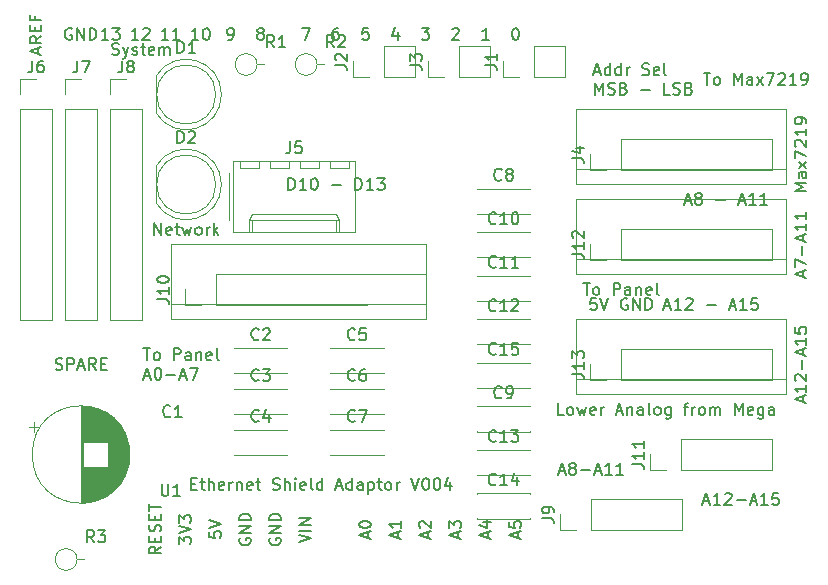
<source format=gbr>
G04 #@! TF.GenerationSoftware,KiCad,Pcbnew,(5.1.5-0-10_14)*
G04 #@! TF.CreationDate,2020-06-21T14:17:04+10:00*
G04 #@! TF.ProjectId,Arduino_NW_Template,41726475-696e-46f5-9f4e-575f54656d70,rev?*
G04 #@! TF.SameCoordinates,Original*
G04 #@! TF.FileFunction,Legend,Top*
G04 #@! TF.FilePolarity,Positive*
%FSLAX46Y46*%
G04 Gerber Fmt 4.6, Leading zero omitted, Abs format (unit mm)*
G04 Created by KiCad (PCBNEW (5.1.5-0-10_14)) date 2020-06-21 14:17:04*
%MOMM*%
%LPD*%
G04 APERTURE LIST*
%ADD10C,0.150000*%
%ADD11C,0.120000*%
G04 APERTURE END LIST*
D10*
X107387379Y-70000761D02*
X107530236Y-70048380D01*
X107768331Y-70048380D01*
X107863569Y-70000761D01*
X107911188Y-69953142D01*
X107958807Y-69857904D01*
X107958807Y-69762666D01*
X107911188Y-69667428D01*
X107863569Y-69619809D01*
X107768331Y-69572190D01*
X107577855Y-69524571D01*
X107482617Y-69476952D01*
X107434998Y-69429333D01*
X107387379Y-69334095D01*
X107387379Y-69238857D01*
X107434998Y-69143619D01*
X107482617Y-69096000D01*
X107577855Y-69048380D01*
X107815950Y-69048380D01*
X107958807Y-69096000D01*
X108292140Y-69381714D02*
X108530236Y-70048380D01*
X108768331Y-69381714D02*
X108530236Y-70048380D01*
X108434998Y-70286476D01*
X108387379Y-70334095D01*
X108292140Y-70381714D01*
X109101664Y-70000761D02*
X109196902Y-70048380D01*
X109387379Y-70048380D01*
X109482617Y-70000761D01*
X109530236Y-69905523D01*
X109530236Y-69857904D01*
X109482617Y-69762666D01*
X109387379Y-69715047D01*
X109244521Y-69715047D01*
X109149283Y-69667428D01*
X109101664Y-69572190D01*
X109101664Y-69524571D01*
X109149283Y-69429333D01*
X109244521Y-69381714D01*
X109387379Y-69381714D01*
X109482617Y-69429333D01*
X109815950Y-69381714D02*
X110196902Y-69381714D01*
X109958807Y-69048380D02*
X109958807Y-69905523D01*
X110006426Y-70000761D01*
X110101664Y-70048380D01*
X110196902Y-70048380D01*
X110911188Y-70000761D02*
X110815950Y-70048380D01*
X110625474Y-70048380D01*
X110530236Y-70000761D01*
X110482617Y-69905523D01*
X110482617Y-69524571D01*
X110530236Y-69429333D01*
X110625474Y-69381714D01*
X110815950Y-69381714D01*
X110911188Y-69429333D01*
X110958807Y-69524571D01*
X110958807Y-69619809D01*
X110482617Y-69715047D01*
X111387379Y-70048380D02*
X111387379Y-69381714D01*
X111387379Y-69476952D02*
X111434998Y-69429333D01*
X111530236Y-69381714D01*
X111673093Y-69381714D01*
X111768331Y-69429333D01*
X111815950Y-69524571D01*
X111815950Y-70048380D01*
X111815950Y-69524571D02*
X111863569Y-69429333D01*
X111958807Y-69381714D01*
X112101664Y-69381714D01*
X112196902Y-69429333D01*
X112244521Y-69524571D01*
X112244521Y-70048380D01*
X110959283Y-85288380D02*
X110959283Y-84288380D01*
X111530712Y-85288380D01*
X111530712Y-84288380D01*
X112387855Y-85240761D02*
X112292617Y-85288380D01*
X112102140Y-85288380D01*
X112006902Y-85240761D01*
X111959283Y-85145523D01*
X111959283Y-84764571D01*
X112006902Y-84669333D01*
X112102140Y-84621714D01*
X112292617Y-84621714D01*
X112387855Y-84669333D01*
X112435474Y-84764571D01*
X112435474Y-84859809D01*
X111959283Y-84955047D01*
X112721188Y-84621714D02*
X113102140Y-84621714D01*
X112864045Y-84288380D02*
X112864045Y-85145523D01*
X112911664Y-85240761D01*
X113006902Y-85288380D01*
X113102140Y-85288380D01*
X113340236Y-84621714D02*
X113530712Y-85288380D01*
X113721188Y-84812190D01*
X113911664Y-85288380D01*
X114102140Y-84621714D01*
X114625950Y-85288380D02*
X114530712Y-85240761D01*
X114483093Y-85193142D01*
X114435474Y-85097904D01*
X114435474Y-84812190D01*
X114483093Y-84716952D01*
X114530712Y-84669333D01*
X114625950Y-84621714D01*
X114768807Y-84621714D01*
X114864045Y-84669333D01*
X114911664Y-84716952D01*
X114959283Y-84812190D01*
X114959283Y-85097904D01*
X114911664Y-85193142D01*
X114864045Y-85240761D01*
X114768807Y-85288380D01*
X114625950Y-85288380D01*
X115387855Y-85288380D02*
X115387855Y-84621714D01*
X115387855Y-84812190D02*
X115435474Y-84716952D01*
X115483093Y-84669333D01*
X115578331Y-84621714D01*
X115673569Y-84621714D01*
X116006902Y-85288380D02*
X116006902Y-84288380D01*
X116102140Y-84907428D02*
X116387855Y-85288380D01*
X116387855Y-84621714D02*
X116006902Y-85002666D01*
X166172140Y-81581238D02*
X165172140Y-81581238D01*
X165886426Y-81247904D01*
X165172140Y-80914571D01*
X166172140Y-80914571D01*
X166172140Y-80009809D02*
X165648331Y-80009809D01*
X165553093Y-80057428D01*
X165505474Y-80152666D01*
X165505474Y-80343142D01*
X165553093Y-80438380D01*
X166124521Y-80009809D02*
X166172140Y-80105047D01*
X166172140Y-80343142D01*
X166124521Y-80438380D01*
X166029283Y-80486000D01*
X165934045Y-80486000D01*
X165838807Y-80438380D01*
X165791188Y-80343142D01*
X165791188Y-80105047D01*
X165743569Y-80009809D01*
X166172140Y-79628857D02*
X165505474Y-79105047D01*
X165505474Y-79628857D02*
X166172140Y-79105047D01*
X165172140Y-78819333D02*
X165172140Y-78152666D01*
X166172140Y-78581238D01*
X165267379Y-77819333D02*
X165219760Y-77771714D01*
X165172140Y-77676476D01*
X165172140Y-77438380D01*
X165219760Y-77343142D01*
X165267379Y-77295523D01*
X165362617Y-77247904D01*
X165457855Y-77247904D01*
X165600712Y-77295523D01*
X166172140Y-77866952D01*
X166172140Y-77247904D01*
X166172140Y-76295523D02*
X166172140Y-76866952D01*
X166172140Y-76581238D02*
X165172140Y-76581238D01*
X165314998Y-76676476D01*
X165410236Y-76771714D01*
X165457855Y-76866952D01*
X166172140Y-75819333D02*
X166172140Y-75628857D01*
X166124521Y-75533619D01*
X166076902Y-75486000D01*
X165934045Y-75390761D01*
X165743569Y-75343142D01*
X165362617Y-75343142D01*
X165267379Y-75390761D01*
X165219760Y-75438380D01*
X165172140Y-75533619D01*
X165172140Y-75724095D01*
X165219760Y-75819333D01*
X165267379Y-75866952D01*
X165362617Y-75914571D01*
X165600712Y-75914571D01*
X165695950Y-75866952D01*
X165743569Y-75819333D01*
X165791188Y-75724095D01*
X165791188Y-75533619D01*
X165743569Y-75438380D01*
X165695950Y-75390761D01*
X165600712Y-75343142D01*
X165886426Y-88820285D02*
X165886426Y-88344095D01*
X166172140Y-88915523D02*
X165172140Y-88582190D01*
X166172140Y-88248857D01*
X165172140Y-88010761D02*
X165172140Y-87344095D01*
X166172140Y-87772666D01*
X165791188Y-86963142D02*
X165791188Y-86201238D01*
X165886426Y-85772666D02*
X165886426Y-85296476D01*
X166172140Y-85867904D02*
X165172140Y-85534571D01*
X166172140Y-85201238D01*
X166172140Y-84344095D02*
X166172140Y-84915523D01*
X166172140Y-84629809D02*
X165172140Y-84629809D01*
X165314998Y-84725047D01*
X165410236Y-84820285D01*
X165457855Y-84915523D01*
X166172140Y-83391714D02*
X166172140Y-83963142D01*
X166172140Y-83677428D02*
X165172140Y-83677428D01*
X165314998Y-83772666D01*
X165410236Y-83867904D01*
X165457855Y-83963142D01*
X165886426Y-99456476D02*
X165886426Y-98980285D01*
X166172140Y-99551714D02*
X165172140Y-99218380D01*
X166172140Y-98885047D01*
X166172140Y-98027904D02*
X166172140Y-98599333D01*
X166172140Y-98313619D02*
X165172140Y-98313619D01*
X165314998Y-98408857D01*
X165410236Y-98504095D01*
X165457855Y-98599333D01*
X165267379Y-97646952D02*
X165219760Y-97599333D01*
X165172140Y-97504095D01*
X165172140Y-97266000D01*
X165219760Y-97170761D01*
X165267379Y-97123142D01*
X165362617Y-97075523D01*
X165457855Y-97075523D01*
X165600712Y-97123142D01*
X166172140Y-97694571D01*
X166172140Y-97075523D01*
X165791188Y-96646952D02*
X165791188Y-95885047D01*
X165886426Y-95456476D02*
X165886426Y-94980285D01*
X166172140Y-95551714D02*
X165172140Y-95218380D01*
X166172140Y-94885047D01*
X166172140Y-94027904D02*
X166172140Y-94599333D01*
X166172140Y-94313619D02*
X165172140Y-94313619D01*
X165314998Y-94408857D01*
X165410236Y-94504095D01*
X165457855Y-94599333D01*
X165172140Y-93123142D02*
X165172140Y-93599333D01*
X165648331Y-93646952D01*
X165600712Y-93599333D01*
X165553093Y-93504095D01*
X165553093Y-93266000D01*
X165600712Y-93170761D01*
X165648331Y-93123142D01*
X165743569Y-93075523D01*
X165981664Y-93075523D01*
X166076902Y-93123142D01*
X166124521Y-93170761D01*
X166172140Y-93266000D01*
X166172140Y-93504095D01*
X166124521Y-93599333D01*
X166076902Y-93646952D01*
X122302140Y-81478380D02*
X122302140Y-80478380D01*
X122540236Y-80478380D01*
X122683093Y-80526000D01*
X122778331Y-80621238D01*
X122825950Y-80716476D01*
X122873569Y-80906952D01*
X122873569Y-81049809D01*
X122825950Y-81240285D01*
X122778331Y-81335523D01*
X122683093Y-81430761D01*
X122540236Y-81478380D01*
X122302140Y-81478380D01*
X123825950Y-81478380D02*
X123254521Y-81478380D01*
X123540236Y-81478380D02*
X123540236Y-80478380D01*
X123444998Y-80621238D01*
X123349760Y-80716476D01*
X123254521Y-80764095D01*
X124444998Y-80478380D02*
X124540236Y-80478380D01*
X124635474Y-80526000D01*
X124683093Y-80573619D01*
X124730712Y-80668857D01*
X124778331Y-80859333D01*
X124778331Y-81097428D01*
X124730712Y-81287904D01*
X124683093Y-81383142D01*
X124635474Y-81430761D01*
X124540236Y-81478380D01*
X124444998Y-81478380D01*
X124349760Y-81430761D01*
X124302140Y-81383142D01*
X124254521Y-81287904D01*
X124206902Y-81097428D01*
X124206902Y-80859333D01*
X124254521Y-80668857D01*
X124302140Y-80573619D01*
X124349760Y-80526000D01*
X124444998Y-80478380D01*
X125968807Y-81097428D02*
X126730712Y-81097428D01*
X127968807Y-81478380D02*
X127968807Y-80478380D01*
X128206902Y-80478380D01*
X128349760Y-80526000D01*
X128444998Y-80621238D01*
X128492617Y-80716476D01*
X128540236Y-80906952D01*
X128540236Y-81049809D01*
X128492617Y-81240285D01*
X128444998Y-81335523D01*
X128349760Y-81430761D01*
X128206902Y-81478380D01*
X127968807Y-81478380D01*
X129492617Y-81478380D02*
X128921188Y-81478380D01*
X129206902Y-81478380D02*
X129206902Y-80478380D01*
X129111664Y-80621238D01*
X129016426Y-80716476D01*
X128921188Y-80764095D01*
X129825950Y-80478380D02*
X130444998Y-80478380D01*
X130111664Y-80859333D01*
X130254521Y-80859333D01*
X130349760Y-80906952D01*
X130397379Y-80954571D01*
X130444998Y-81049809D01*
X130444998Y-81287904D01*
X130397379Y-81383142D01*
X130349760Y-81430761D01*
X130254521Y-81478380D01*
X129968807Y-81478380D01*
X129873569Y-81430761D01*
X129825950Y-81383142D01*
X110032498Y-94893380D02*
X110603926Y-94893380D01*
X110318212Y-95893380D02*
X110318212Y-94893380D01*
X111080117Y-95893380D02*
X110984879Y-95845761D01*
X110937260Y-95798142D01*
X110889640Y-95702904D01*
X110889640Y-95417190D01*
X110937260Y-95321952D01*
X110984879Y-95274333D01*
X111080117Y-95226714D01*
X111222974Y-95226714D01*
X111318212Y-95274333D01*
X111365831Y-95321952D01*
X111413450Y-95417190D01*
X111413450Y-95702904D01*
X111365831Y-95798142D01*
X111318212Y-95845761D01*
X111222974Y-95893380D01*
X111080117Y-95893380D01*
X112603926Y-95893380D02*
X112603926Y-94893380D01*
X112984879Y-94893380D01*
X113080117Y-94941000D01*
X113127736Y-94988619D01*
X113175355Y-95083857D01*
X113175355Y-95226714D01*
X113127736Y-95321952D01*
X113080117Y-95369571D01*
X112984879Y-95417190D01*
X112603926Y-95417190D01*
X114032498Y-95893380D02*
X114032498Y-95369571D01*
X113984879Y-95274333D01*
X113889640Y-95226714D01*
X113699164Y-95226714D01*
X113603926Y-95274333D01*
X114032498Y-95845761D02*
X113937260Y-95893380D01*
X113699164Y-95893380D01*
X113603926Y-95845761D01*
X113556307Y-95750523D01*
X113556307Y-95655285D01*
X113603926Y-95560047D01*
X113699164Y-95512428D01*
X113937260Y-95512428D01*
X114032498Y-95464809D01*
X114508688Y-95226714D02*
X114508688Y-95893380D01*
X114508688Y-95321952D02*
X114556307Y-95274333D01*
X114651545Y-95226714D01*
X114794402Y-95226714D01*
X114889640Y-95274333D01*
X114937260Y-95369571D01*
X114937260Y-95893380D01*
X115794402Y-95845761D02*
X115699164Y-95893380D01*
X115508688Y-95893380D01*
X115413450Y-95845761D01*
X115365831Y-95750523D01*
X115365831Y-95369571D01*
X115413450Y-95274333D01*
X115508688Y-95226714D01*
X115699164Y-95226714D01*
X115794402Y-95274333D01*
X115842021Y-95369571D01*
X115842021Y-95464809D01*
X115365831Y-95560047D01*
X116413450Y-95893380D02*
X116318212Y-95845761D01*
X116270593Y-95750523D01*
X116270593Y-94893380D01*
X110127736Y-97257666D02*
X110603926Y-97257666D01*
X110032498Y-97543380D02*
X110365831Y-96543380D01*
X110699164Y-97543380D01*
X111222974Y-96543380D02*
X111318212Y-96543380D01*
X111413450Y-96591000D01*
X111461069Y-96638619D01*
X111508688Y-96733857D01*
X111556307Y-96924333D01*
X111556307Y-97162428D01*
X111508688Y-97352904D01*
X111461069Y-97448142D01*
X111413450Y-97495761D01*
X111318212Y-97543380D01*
X111222974Y-97543380D01*
X111127736Y-97495761D01*
X111080117Y-97448142D01*
X111032498Y-97352904D01*
X110984879Y-97162428D01*
X110984879Y-96924333D01*
X111032498Y-96733857D01*
X111080117Y-96638619D01*
X111127736Y-96591000D01*
X111222974Y-96543380D01*
X111984879Y-97162428D02*
X112746783Y-97162428D01*
X113175355Y-97257666D02*
X113651545Y-97257666D01*
X113080117Y-97543380D02*
X113413450Y-96543380D01*
X113746783Y-97543380D01*
X113984879Y-96543380D02*
X114651545Y-96543380D01*
X114222974Y-97543380D01*
X114079760Y-106354571D02*
X114413093Y-106354571D01*
X114555950Y-106878380D02*
X114079760Y-106878380D01*
X114079760Y-105878380D01*
X114555950Y-105878380D01*
X114841664Y-106211714D02*
X115222617Y-106211714D01*
X114984521Y-105878380D02*
X114984521Y-106735523D01*
X115032140Y-106830761D01*
X115127379Y-106878380D01*
X115222617Y-106878380D01*
X115555950Y-106878380D02*
X115555950Y-105878380D01*
X115984521Y-106878380D02*
X115984521Y-106354571D01*
X115936902Y-106259333D01*
X115841664Y-106211714D01*
X115698807Y-106211714D01*
X115603569Y-106259333D01*
X115555950Y-106306952D01*
X116841664Y-106830761D02*
X116746426Y-106878380D01*
X116555950Y-106878380D01*
X116460712Y-106830761D01*
X116413093Y-106735523D01*
X116413093Y-106354571D01*
X116460712Y-106259333D01*
X116555950Y-106211714D01*
X116746426Y-106211714D01*
X116841664Y-106259333D01*
X116889283Y-106354571D01*
X116889283Y-106449809D01*
X116413093Y-106545047D01*
X117317855Y-106878380D02*
X117317855Y-106211714D01*
X117317855Y-106402190D02*
X117365474Y-106306952D01*
X117413093Y-106259333D01*
X117508331Y-106211714D01*
X117603569Y-106211714D01*
X117936902Y-106211714D02*
X117936902Y-106878380D01*
X117936902Y-106306952D02*
X117984521Y-106259333D01*
X118079760Y-106211714D01*
X118222617Y-106211714D01*
X118317855Y-106259333D01*
X118365474Y-106354571D01*
X118365474Y-106878380D01*
X119222617Y-106830761D02*
X119127379Y-106878380D01*
X118936902Y-106878380D01*
X118841664Y-106830761D01*
X118794045Y-106735523D01*
X118794045Y-106354571D01*
X118841664Y-106259333D01*
X118936902Y-106211714D01*
X119127379Y-106211714D01*
X119222617Y-106259333D01*
X119270236Y-106354571D01*
X119270236Y-106449809D01*
X118794045Y-106545047D01*
X119555950Y-106211714D02*
X119936902Y-106211714D01*
X119698807Y-105878380D02*
X119698807Y-106735523D01*
X119746426Y-106830761D01*
X119841664Y-106878380D01*
X119936902Y-106878380D01*
X120984521Y-106830761D02*
X121127379Y-106878380D01*
X121365474Y-106878380D01*
X121460712Y-106830761D01*
X121508331Y-106783142D01*
X121555950Y-106687904D01*
X121555950Y-106592666D01*
X121508331Y-106497428D01*
X121460712Y-106449809D01*
X121365474Y-106402190D01*
X121174998Y-106354571D01*
X121079760Y-106306952D01*
X121032140Y-106259333D01*
X120984521Y-106164095D01*
X120984521Y-106068857D01*
X121032140Y-105973619D01*
X121079760Y-105926000D01*
X121174998Y-105878380D01*
X121413093Y-105878380D01*
X121555950Y-105926000D01*
X121984521Y-106878380D02*
X121984521Y-105878380D01*
X122413093Y-106878380D02*
X122413093Y-106354571D01*
X122365474Y-106259333D01*
X122270236Y-106211714D01*
X122127379Y-106211714D01*
X122032140Y-106259333D01*
X121984521Y-106306952D01*
X122889283Y-106878380D02*
X122889283Y-106211714D01*
X122889283Y-105878380D02*
X122841664Y-105926000D01*
X122889283Y-105973619D01*
X122936902Y-105926000D01*
X122889283Y-105878380D01*
X122889283Y-105973619D01*
X123746426Y-106830761D02*
X123651188Y-106878380D01*
X123460712Y-106878380D01*
X123365474Y-106830761D01*
X123317855Y-106735523D01*
X123317855Y-106354571D01*
X123365474Y-106259333D01*
X123460712Y-106211714D01*
X123651188Y-106211714D01*
X123746426Y-106259333D01*
X123794045Y-106354571D01*
X123794045Y-106449809D01*
X123317855Y-106545047D01*
X124365474Y-106878380D02*
X124270236Y-106830761D01*
X124222617Y-106735523D01*
X124222617Y-105878380D01*
X125174998Y-106878380D02*
X125174998Y-105878380D01*
X125174998Y-106830761D02*
X125079760Y-106878380D01*
X124889283Y-106878380D01*
X124794045Y-106830761D01*
X124746426Y-106783142D01*
X124698807Y-106687904D01*
X124698807Y-106402190D01*
X124746426Y-106306952D01*
X124794045Y-106259333D01*
X124889283Y-106211714D01*
X125079760Y-106211714D01*
X125174998Y-106259333D01*
X126365474Y-106592666D02*
X126841664Y-106592666D01*
X126270236Y-106878380D02*
X126603569Y-105878380D01*
X126936902Y-106878380D01*
X127698807Y-106878380D02*
X127698807Y-105878380D01*
X127698807Y-106830761D02*
X127603569Y-106878380D01*
X127413093Y-106878380D01*
X127317855Y-106830761D01*
X127270236Y-106783142D01*
X127222617Y-106687904D01*
X127222617Y-106402190D01*
X127270236Y-106306952D01*
X127317855Y-106259333D01*
X127413093Y-106211714D01*
X127603569Y-106211714D01*
X127698807Y-106259333D01*
X128603569Y-106878380D02*
X128603569Y-106354571D01*
X128555950Y-106259333D01*
X128460712Y-106211714D01*
X128270236Y-106211714D01*
X128174998Y-106259333D01*
X128603569Y-106830761D02*
X128508331Y-106878380D01*
X128270236Y-106878380D01*
X128174998Y-106830761D01*
X128127379Y-106735523D01*
X128127379Y-106640285D01*
X128174998Y-106545047D01*
X128270236Y-106497428D01*
X128508331Y-106497428D01*
X128603569Y-106449809D01*
X129079760Y-106211714D02*
X129079760Y-107211714D01*
X129079760Y-106259333D02*
X129174998Y-106211714D01*
X129365474Y-106211714D01*
X129460712Y-106259333D01*
X129508331Y-106306952D01*
X129555950Y-106402190D01*
X129555950Y-106687904D01*
X129508331Y-106783142D01*
X129460712Y-106830761D01*
X129365474Y-106878380D01*
X129174998Y-106878380D01*
X129079760Y-106830761D01*
X129841664Y-106211714D02*
X130222617Y-106211714D01*
X129984521Y-105878380D02*
X129984521Y-106735523D01*
X130032140Y-106830761D01*
X130127379Y-106878380D01*
X130222617Y-106878380D01*
X130698807Y-106878380D02*
X130603569Y-106830761D01*
X130555950Y-106783142D01*
X130508331Y-106687904D01*
X130508331Y-106402190D01*
X130555950Y-106306952D01*
X130603569Y-106259333D01*
X130698807Y-106211714D01*
X130841664Y-106211714D01*
X130936902Y-106259333D01*
X130984521Y-106306952D01*
X131032140Y-106402190D01*
X131032140Y-106687904D01*
X130984521Y-106783142D01*
X130936902Y-106830761D01*
X130841664Y-106878380D01*
X130698807Y-106878380D01*
X131460712Y-106878380D02*
X131460712Y-106211714D01*
X131460712Y-106402190D02*
X131508331Y-106306952D01*
X131555950Y-106259333D01*
X131651188Y-106211714D01*
X131746426Y-106211714D01*
X132698807Y-105878380D02*
X133032140Y-106878380D01*
X133365474Y-105878380D01*
X133889283Y-105878380D02*
X133984521Y-105878380D01*
X134079760Y-105926000D01*
X134127379Y-105973619D01*
X134174998Y-106068857D01*
X134222617Y-106259333D01*
X134222617Y-106497428D01*
X134174998Y-106687904D01*
X134127379Y-106783142D01*
X134079760Y-106830761D01*
X133984521Y-106878380D01*
X133889283Y-106878380D01*
X133794045Y-106830761D01*
X133746426Y-106783142D01*
X133698807Y-106687904D01*
X133651188Y-106497428D01*
X133651188Y-106259333D01*
X133698807Y-106068857D01*
X133746426Y-105973619D01*
X133794045Y-105926000D01*
X133889283Y-105878380D01*
X134841664Y-105878380D02*
X134936902Y-105878380D01*
X135032140Y-105926000D01*
X135079760Y-105973619D01*
X135127379Y-106068857D01*
X135174998Y-106259333D01*
X135174998Y-106497428D01*
X135127379Y-106687904D01*
X135079760Y-106783142D01*
X135032140Y-106830761D01*
X134936902Y-106878380D01*
X134841664Y-106878380D01*
X134746426Y-106830761D01*
X134698807Y-106783142D01*
X134651188Y-106687904D01*
X134603569Y-106497428D01*
X134603569Y-106259333D01*
X134651188Y-106068857D01*
X134698807Y-105973619D01*
X134746426Y-105926000D01*
X134841664Y-105878380D01*
X136032140Y-106211714D02*
X136032140Y-106878380D01*
X135794045Y-105830761D02*
X135555950Y-106545047D01*
X136174998Y-106545047D01*
X148227736Y-71477666D02*
X148703926Y-71477666D01*
X148132498Y-71763380D02*
X148465831Y-70763380D01*
X148799164Y-71763380D01*
X149561069Y-71763380D02*
X149561069Y-70763380D01*
X149561069Y-71715761D02*
X149465831Y-71763380D01*
X149275355Y-71763380D01*
X149180117Y-71715761D01*
X149132498Y-71668142D01*
X149084879Y-71572904D01*
X149084879Y-71287190D01*
X149132498Y-71191952D01*
X149180117Y-71144333D01*
X149275355Y-71096714D01*
X149465831Y-71096714D01*
X149561069Y-71144333D01*
X150465831Y-71763380D02*
X150465831Y-70763380D01*
X150465831Y-71715761D02*
X150370593Y-71763380D01*
X150180117Y-71763380D01*
X150084879Y-71715761D01*
X150037260Y-71668142D01*
X149989640Y-71572904D01*
X149989640Y-71287190D01*
X150037260Y-71191952D01*
X150084879Y-71144333D01*
X150180117Y-71096714D01*
X150370593Y-71096714D01*
X150465831Y-71144333D01*
X150942021Y-71763380D02*
X150942021Y-71096714D01*
X150942021Y-71287190D02*
X150989640Y-71191952D01*
X151037260Y-71144333D01*
X151132498Y-71096714D01*
X151227736Y-71096714D01*
X152275355Y-71715761D02*
X152418212Y-71763380D01*
X152656307Y-71763380D01*
X152751545Y-71715761D01*
X152799164Y-71668142D01*
X152846783Y-71572904D01*
X152846783Y-71477666D01*
X152799164Y-71382428D01*
X152751545Y-71334809D01*
X152656307Y-71287190D01*
X152465831Y-71239571D01*
X152370593Y-71191952D01*
X152322974Y-71144333D01*
X152275355Y-71049095D01*
X152275355Y-70953857D01*
X152322974Y-70858619D01*
X152370593Y-70811000D01*
X152465831Y-70763380D01*
X152703926Y-70763380D01*
X152846783Y-70811000D01*
X153656307Y-71715761D02*
X153561069Y-71763380D01*
X153370593Y-71763380D01*
X153275355Y-71715761D01*
X153227736Y-71620523D01*
X153227736Y-71239571D01*
X153275355Y-71144333D01*
X153370593Y-71096714D01*
X153561069Y-71096714D01*
X153656307Y-71144333D01*
X153703926Y-71239571D01*
X153703926Y-71334809D01*
X153227736Y-71430047D01*
X154275355Y-71763380D02*
X154180117Y-71715761D01*
X154132498Y-71620523D01*
X154132498Y-70763380D01*
X148275355Y-73413380D02*
X148275355Y-72413380D01*
X148608688Y-73127666D01*
X148942021Y-72413380D01*
X148942021Y-73413380D01*
X149370593Y-73365761D02*
X149513450Y-73413380D01*
X149751545Y-73413380D01*
X149846783Y-73365761D01*
X149894402Y-73318142D01*
X149942021Y-73222904D01*
X149942021Y-73127666D01*
X149894402Y-73032428D01*
X149846783Y-72984809D01*
X149751545Y-72937190D01*
X149561069Y-72889571D01*
X149465831Y-72841952D01*
X149418212Y-72794333D01*
X149370593Y-72699095D01*
X149370593Y-72603857D01*
X149418212Y-72508619D01*
X149465831Y-72461000D01*
X149561069Y-72413380D01*
X149799164Y-72413380D01*
X149942021Y-72461000D01*
X150703926Y-72889571D02*
X150846783Y-72937190D01*
X150894402Y-72984809D01*
X150942021Y-73080047D01*
X150942021Y-73222904D01*
X150894402Y-73318142D01*
X150846783Y-73365761D01*
X150751545Y-73413380D01*
X150370593Y-73413380D01*
X150370593Y-72413380D01*
X150703926Y-72413380D01*
X150799164Y-72461000D01*
X150846783Y-72508619D01*
X150894402Y-72603857D01*
X150894402Y-72699095D01*
X150846783Y-72794333D01*
X150799164Y-72841952D01*
X150703926Y-72889571D01*
X150370593Y-72889571D01*
X152132498Y-73032428D02*
X152894402Y-73032428D01*
X154608688Y-73413380D02*
X154132498Y-73413380D01*
X154132498Y-72413380D01*
X154894402Y-73365761D02*
X155037260Y-73413380D01*
X155275355Y-73413380D01*
X155370593Y-73365761D01*
X155418212Y-73318142D01*
X155465831Y-73222904D01*
X155465831Y-73127666D01*
X155418212Y-73032428D01*
X155370593Y-72984809D01*
X155275355Y-72937190D01*
X155084879Y-72889571D01*
X154989640Y-72841952D01*
X154942021Y-72794333D01*
X154894402Y-72699095D01*
X154894402Y-72603857D01*
X154942021Y-72508619D01*
X154989640Y-72461000D01*
X155084879Y-72413380D01*
X155322974Y-72413380D01*
X155465831Y-72461000D01*
X156227736Y-72889571D02*
X156370593Y-72937190D01*
X156418212Y-72984809D01*
X156465831Y-73080047D01*
X156465831Y-73222904D01*
X156418212Y-73318142D01*
X156370593Y-73365761D01*
X156275355Y-73413380D01*
X155894402Y-73413380D01*
X155894402Y-72413380D01*
X156227736Y-72413380D01*
X156322974Y-72461000D01*
X156370593Y-72508619D01*
X156418212Y-72603857D01*
X156418212Y-72699095D01*
X156370593Y-72794333D01*
X156322974Y-72841952D01*
X156227736Y-72889571D01*
X155894402Y-72889571D01*
X157457379Y-71588380D02*
X158028807Y-71588380D01*
X157743093Y-72588380D02*
X157743093Y-71588380D01*
X158504998Y-72588380D02*
X158409760Y-72540761D01*
X158362140Y-72493142D01*
X158314521Y-72397904D01*
X158314521Y-72112190D01*
X158362140Y-72016952D01*
X158409760Y-71969333D01*
X158504998Y-71921714D01*
X158647855Y-71921714D01*
X158743093Y-71969333D01*
X158790712Y-72016952D01*
X158838331Y-72112190D01*
X158838331Y-72397904D01*
X158790712Y-72493142D01*
X158743093Y-72540761D01*
X158647855Y-72588380D01*
X158504998Y-72588380D01*
X160028807Y-72588380D02*
X160028807Y-71588380D01*
X160362140Y-72302666D01*
X160695474Y-71588380D01*
X160695474Y-72588380D01*
X161600236Y-72588380D02*
X161600236Y-72064571D01*
X161552617Y-71969333D01*
X161457379Y-71921714D01*
X161266902Y-71921714D01*
X161171664Y-71969333D01*
X161600236Y-72540761D02*
X161504998Y-72588380D01*
X161266902Y-72588380D01*
X161171664Y-72540761D01*
X161124045Y-72445523D01*
X161124045Y-72350285D01*
X161171664Y-72255047D01*
X161266902Y-72207428D01*
X161504998Y-72207428D01*
X161600236Y-72159809D01*
X161981188Y-72588380D02*
X162504998Y-71921714D01*
X161981188Y-71921714D02*
X162504998Y-72588380D01*
X162790712Y-71588380D02*
X163457379Y-71588380D01*
X163028807Y-72588380D01*
X163790712Y-71683619D02*
X163838331Y-71636000D01*
X163933569Y-71588380D01*
X164171664Y-71588380D01*
X164266902Y-71636000D01*
X164314521Y-71683619D01*
X164362140Y-71778857D01*
X164362140Y-71874095D01*
X164314521Y-72016952D01*
X163743093Y-72588380D01*
X164362140Y-72588380D01*
X165314521Y-72588380D02*
X164743093Y-72588380D01*
X165028807Y-72588380D02*
X165028807Y-71588380D01*
X164933569Y-71731238D01*
X164838331Y-71826476D01*
X164743093Y-71874095D01*
X165790712Y-72588380D02*
X165981188Y-72588380D01*
X166076426Y-72540761D01*
X166124045Y-72493142D01*
X166219283Y-72350285D01*
X166266902Y-72159809D01*
X166266902Y-71778857D01*
X166219283Y-71683619D01*
X166171664Y-71636000D01*
X166076426Y-71588380D01*
X165885950Y-71588380D01*
X165790712Y-71636000D01*
X165743093Y-71683619D01*
X165695474Y-71778857D01*
X165695474Y-72016952D01*
X165743093Y-72112190D01*
X165790712Y-72159809D01*
X165885950Y-72207428D01*
X166076426Y-72207428D01*
X166171664Y-72159809D01*
X166219283Y-72112190D01*
X166266902Y-72016952D01*
X155893569Y-82462666D02*
X156369760Y-82462666D01*
X155798331Y-82748380D02*
X156131664Y-81748380D01*
X156464998Y-82748380D01*
X156941188Y-82176952D02*
X156845950Y-82129333D01*
X156798331Y-82081714D01*
X156750712Y-81986476D01*
X156750712Y-81938857D01*
X156798331Y-81843619D01*
X156845950Y-81796000D01*
X156941188Y-81748380D01*
X157131664Y-81748380D01*
X157226902Y-81796000D01*
X157274521Y-81843619D01*
X157322140Y-81938857D01*
X157322140Y-81986476D01*
X157274521Y-82081714D01*
X157226902Y-82129333D01*
X157131664Y-82176952D01*
X156941188Y-82176952D01*
X156845950Y-82224571D01*
X156798331Y-82272190D01*
X156750712Y-82367428D01*
X156750712Y-82557904D01*
X156798331Y-82653142D01*
X156845950Y-82700761D01*
X156941188Y-82748380D01*
X157131664Y-82748380D01*
X157226902Y-82700761D01*
X157274521Y-82653142D01*
X157322140Y-82557904D01*
X157322140Y-82367428D01*
X157274521Y-82272190D01*
X157226902Y-82224571D01*
X157131664Y-82176952D01*
X158512617Y-82367428D02*
X159274521Y-82367428D01*
X160464998Y-82462666D02*
X160941188Y-82462666D01*
X160369760Y-82748380D02*
X160703093Y-81748380D01*
X161036426Y-82748380D01*
X161893569Y-82748380D02*
X161322140Y-82748380D01*
X161607855Y-82748380D02*
X161607855Y-81748380D01*
X161512617Y-81891238D01*
X161417379Y-81986476D01*
X161322140Y-82034095D01*
X162845950Y-82748380D02*
X162274521Y-82748380D01*
X162560236Y-82748380D02*
X162560236Y-81748380D01*
X162464998Y-81891238D01*
X162369760Y-81986476D01*
X162274521Y-82034095D01*
X148384521Y-90638380D02*
X147908331Y-90638380D01*
X147860712Y-91114571D01*
X147908331Y-91066952D01*
X148003569Y-91019333D01*
X148241664Y-91019333D01*
X148336902Y-91066952D01*
X148384521Y-91114571D01*
X148432140Y-91209809D01*
X148432140Y-91447904D01*
X148384521Y-91543142D01*
X148336902Y-91590761D01*
X148241664Y-91638380D01*
X148003569Y-91638380D01*
X147908331Y-91590761D01*
X147860712Y-91543142D01*
X148717855Y-90638380D02*
X149051188Y-91638380D01*
X149384521Y-90638380D01*
X151003569Y-90686000D02*
X150908331Y-90638380D01*
X150765474Y-90638380D01*
X150622617Y-90686000D01*
X150527379Y-90781238D01*
X150479760Y-90876476D01*
X150432140Y-91066952D01*
X150432140Y-91209809D01*
X150479760Y-91400285D01*
X150527379Y-91495523D01*
X150622617Y-91590761D01*
X150765474Y-91638380D01*
X150860712Y-91638380D01*
X151003569Y-91590761D01*
X151051188Y-91543142D01*
X151051188Y-91209809D01*
X150860712Y-91209809D01*
X151479760Y-91638380D02*
X151479760Y-90638380D01*
X152051188Y-91638380D01*
X152051188Y-90638380D01*
X152527379Y-91638380D02*
X152527379Y-90638380D01*
X152765474Y-90638380D01*
X152908331Y-90686000D01*
X153003569Y-90781238D01*
X153051188Y-90876476D01*
X153098807Y-91066952D01*
X153098807Y-91209809D01*
X153051188Y-91400285D01*
X153003569Y-91495523D01*
X152908331Y-91590761D01*
X152765474Y-91638380D01*
X152527379Y-91638380D01*
X154147379Y-91352666D02*
X154623569Y-91352666D01*
X154052140Y-91638380D02*
X154385474Y-90638380D01*
X154718807Y-91638380D01*
X155575950Y-91638380D02*
X155004521Y-91638380D01*
X155290236Y-91638380D02*
X155290236Y-90638380D01*
X155194998Y-90781238D01*
X155099760Y-90876476D01*
X155004521Y-90924095D01*
X155956902Y-90733619D02*
X156004521Y-90686000D01*
X156099760Y-90638380D01*
X156337855Y-90638380D01*
X156433093Y-90686000D01*
X156480712Y-90733619D01*
X156528331Y-90828857D01*
X156528331Y-90924095D01*
X156480712Y-91066952D01*
X155909283Y-91638380D01*
X156528331Y-91638380D01*
X157718807Y-91257428D02*
X158480712Y-91257428D01*
X159671188Y-91352666D02*
X160147379Y-91352666D01*
X159575950Y-91638380D02*
X159909283Y-90638380D01*
X160242617Y-91638380D01*
X161099760Y-91638380D02*
X160528331Y-91638380D01*
X160814045Y-91638380D02*
X160814045Y-90638380D01*
X160718807Y-90781238D01*
X160623569Y-90876476D01*
X160528331Y-90924095D01*
X162004521Y-90638380D02*
X161528331Y-90638380D01*
X161480712Y-91114571D01*
X161528331Y-91066952D01*
X161623569Y-91019333D01*
X161861664Y-91019333D01*
X161956902Y-91066952D01*
X162004521Y-91114571D01*
X162052140Y-91209809D01*
X162052140Y-91447904D01*
X162004521Y-91543142D01*
X161956902Y-91590761D01*
X161861664Y-91638380D01*
X161623569Y-91638380D01*
X161528331Y-91590761D01*
X161480712Y-91543142D01*
X147265474Y-89368380D02*
X147836902Y-89368380D01*
X147551188Y-90368380D02*
X147551188Y-89368380D01*
X148313093Y-90368380D02*
X148217855Y-90320761D01*
X148170236Y-90273142D01*
X148122617Y-90177904D01*
X148122617Y-89892190D01*
X148170236Y-89796952D01*
X148217855Y-89749333D01*
X148313093Y-89701714D01*
X148455950Y-89701714D01*
X148551188Y-89749333D01*
X148598807Y-89796952D01*
X148646426Y-89892190D01*
X148646426Y-90177904D01*
X148598807Y-90273142D01*
X148551188Y-90320761D01*
X148455950Y-90368380D01*
X148313093Y-90368380D01*
X149836902Y-90368380D02*
X149836902Y-89368380D01*
X150217855Y-89368380D01*
X150313093Y-89416000D01*
X150360712Y-89463619D01*
X150408331Y-89558857D01*
X150408331Y-89701714D01*
X150360712Y-89796952D01*
X150313093Y-89844571D01*
X150217855Y-89892190D01*
X149836902Y-89892190D01*
X151265474Y-90368380D02*
X151265474Y-89844571D01*
X151217855Y-89749333D01*
X151122617Y-89701714D01*
X150932140Y-89701714D01*
X150836902Y-89749333D01*
X151265474Y-90320761D02*
X151170236Y-90368380D01*
X150932140Y-90368380D01*
X150836902Y-90320761D01*
X150789283Y-90225523D01*
X150789283Y-90130285D01*
X150836902Y-90035047D01*
X150932140Y-89987428D01*
X151170236Y-89987428D01*
X151265474Y-89939809D01*
X151741664Y-89701714D02*
X151741664Y-90368380D01*
X151741664Y-89796952D02*
X151789283Y-89749333D01*
X151884521Y-89701714D01*
X152027379Y-89701714D01*
X152122617Y-89749333D01*
X152170236Y-89844571D01*
X152170236Y-90368380D01*
X153027379Y-90320761D02*
X152932140Y-90368380D01*
X152741664Y-90368380D01*
X152646426Y-90320761D01*
X152598807Y-90225523D01*
X152598807Y-89844571D01*
X152646426Y-89749333D01*
X152741664Y-89701714D01*
X152932140Y-89701714D01*
X153027379Y-89749333D01*
X153074998Y-89844571D01*
X153074998Y-89939809D01*
X152598807Y-90035047D01*
X153646426Y-90368380D02*
X153551188Y-90320761D01*
X153503569Y-90225523D01*
X153503569Y-89368380D01*
X157449283Y-107862666D02*
X157925474Y-107862666D01*
X157354045Y-108148380D02*
X157687379Y-107148380D01*
X158020712Y-108148380D01*
X158877855Y-108148380D02*
X158306426Y-108148380D01*
X158592140Y-108148380D02*
X158592140Y-107148380D01*
X158496902Y-107291238D01*
X158401664Y-107386476D01*
X158306426Y-107434095D01*
X159258807Y-107243619D02*
X159306426Y-107196000D01*
X159401664Y-107148380D01*
X159639760Y-107148380D01*
X159734998Y-107196000D01*
X159782617Y-107243619D01*
X159830236Y-107338857D01*
X159830236Y-107434095D01*
X159782617Y-107576952D01*
X159211188Y-108148380D01*
X159830236Y-108148380D01*
X160258807Y-107767428D02*
X161020712Y-107767428D01*
X161449283Y-107862666D02*
X161925474Y-107862666D01*
X161354045Y-108148380D02*
X161687379Y-107148380D01*
X162020712Y-108148380D01*
X162877855Y-108148380D02*
X162306426Y-108148380D01*
X162592140Y-108148380D02*
X162592140Y-107148380D01*
X162496902Y-107291238D01*
X162401664Y-107386476D01*
X162306426Y-107434095D01*
X163782617Y-107148380D02*
X163306426Y-107148380D01*
X163258807Y-107624571D01*
X163306426Y-107576952D01*
X163401664Y-107529333D01*
X163639760Y-107529333D01*
X163734998Y-107576952D01*
X163782617Y-107624571D01*
X163830236Y-107719809D01*
X163830236Y-107957904D01*
X163782617Y-108053142D01*
X163734998Y-108100761D01*
X163639760Y-108148380D01*
X163401664Y-108148380D01*
X163306426Y-108100761D01*
X163258807Y-108053142D01*
X145225474Y-105322666D02*
X145701664Y-105322666D01*
X145130236Y-105608380D02*
X145463569Y-104608380D01*
X145796902Y-105608380D01*
X146273093Y-105036952D02*
X146177855Y-104989333D01*
X146130236Y-104941714D01*
X146082617Y-104846476D01*
X146082617Y-104798857D01*
X146130236Y-104703619D01*
X146177855Y-104656000D01*
X146273093Y-104608380D01*
X146463569Y-104608380D01*
X146558807Y-104656000D01*
X146606426Y-104703619D01*
X146654045Y-104798857D01*
X146654045Y-104846476D01*
X146606426Y-104941714D01*
X146558807Y-104989333D01*
X146463569Y-105036952D01*
X146273093Y-105036952D01*
X146177855Y-105084571D01*
X146130236Y-105132190D01*
X146082617Y-105227428D01*
X146082617Y-105417904D01*
X146130236Y-105513142D01*
X146177855Y-105560761D01*
X146273093Y-105608380D01*
X146463569Y-105608380D01*
X146558807Y-105560761D01*
X146606426Y-105513142D01*
X146654045Y-105417904D01*
X146654045Y-105227428D01*
X146606426Y-105132190D01*
X146558807Y-105084571D01*
X146463569Y-105036952D01*
X147082617Y-105227428D02*
X147844521Y-105227428D01*
X148273093Y-105322666D02*
X148749283Y-105322666D01*
X148177855Y-105608380D02*
X148511188Y-104608380D01*
X148844521Y-105608380D01*
X149701664Y-105608380D02*
X149130236Y-105608380D01*
X149415950Y-105608380D02*
X149415950Y-104608380D01*
X149320712Y-104751238D01*
X149225474Y-104846476D01*
X149130236Y-104894095D01*
X150654045Y-105608380D02*
X150082617Y-105608380D01*
X150368331Y-105608380D02*
X150368331Y-104608380D01*
X150273093Y-104751238D01*
X150177855Y-104846476D01*
X150082617Y-104894095D01*
X145623093Y-100528380D02*
X145146902Y-100528380D01*
X145146902Y-99528380D01*
X146099283Y-100528380D02*
X146004045Y-100480761D01*
X145956426Y-100433142D01*
X145908807Y-100337904D01*
X145908807Y-100052190D01*
X145956426Y-99956952D01*
X146004045Y-99909333D01*
X146099283Y-99861714D01*
X146242140Y-99861714D01*
X146337379Y-99909333D01*
X146384998Y-99956952D01*
X146432617Y-100052190D01*
X146432617Y-100337904D01*
X146384998Y-100433142D01*
X146337379Y-100480761D01*
X146242140Y-100528380D01*
X146099283Y-100528380D01*
X146765950Y-99861714D02*
X146956426Y-100528380D01*
X147146902Y-100052190D01*
X147337379Y-100528380D01*
X147527855Y-99861714D01*
X148289760Y-100480761D02*
X148194521Y-100528380D01*
X148004045Y-100528380D01*
X147908807Y-100480761D01*
X147861188Y-100385523D01*
X147861188Y-100004571D01*
X147908807Y-99909333D01*
X148004045Y-99861714D01*
X148194521Y-99861714D01*
X148289760Y-99909333D01*
X148337379Y-100004571D01*
X148337379Y-100099809D01*
X147861188Y-100195047D01*
X148765950Y-100528380D02*
X148765950Y-99861714D01*
X148765950Y-100052190D02*
X148813569Y-99956952D01*
X148861188Y-99909333D01*
X148956426Y-99861714D01*
X149051664Y-99861714D01*
X150099283Y-100242666D02*
X150575474Y-100242666D01*
X150004045Y-100528380D02*
X150337379Y-99528380D01*
X150670712Y-100528380D01*
X151004045Y-99861714D02*
X151004045Y-100528380D01*
X151004045Y-99956952D02*
X151051664Y-99909333D01*
X151146902Y-99861714D01*
X151289760Y-99861714D01*
X151384998Y-99909333D01*
X151432617Y-100004571D01*
X151432617Y-100528380D01*
X152337379Y-100528380D02*
X152337379Y-100004571D01*
X152289760Y-99909333D01*
X152194521Y-99861714D01*
X152004045Y-99861714D01*
X151908807Y-99909333D01*
X152337379Y-100480761D02*
X152242140Y-100528380D01*
X152004045Y-100528380D01*
X151908807Y-100480761D01*
X151861188Y-100385523D01*
X151861188Y-100290285D01*
X151908807Y-100195047D01*
X152004045Y-100147428D01*
X152242140Y-100147428D01*
X152337379Y-100099809D01*
X152956426Y-100528380D02*
X152861188Y-100480761D01*
X152813569Y-100385523D01*
X152813569Y-99528380D01*
X153480236Y-100528380D02*
X153384998Y-100480761D01*
X153337379Y-100433142D01*
X153289760Y-100337904D01*
X153289760Y-100052190D01*
X153337379Y-99956952D01*
X153384998Y-99909333D01*
X153480236Y-99861714D01*
X153623093Y-99861714D01*
X153718331Y-99909333D01*
X153765950Y-99956952D01*
X153813569Y-100052190D01*
X153813569Y-100337904D01*
X153765950Y-100433142D01*
X153718331Y-100480761D01*
X153623093Y-100528380D01*
X153480236Y-100528380D01*
X154670712Y-99861714D02*
X154670712Y-100671238D01*
X154623093Y-100766476D01*
X154575474Y-100814095D01*
X154480236Y-100861714D01*
X154337379Y-100861714D01*
X154242140Y-100814095D01*
X154670712Y-100480761D02*
X154575474Y-100528380D01*
X154384998Y-100528380D01*
X154289760Y-100480761D01*
X154242140Y-100433142D01*
X154194521Y-100337904D01*
X154194521Y-100052190D01*
X154242140Y-99956952D01*
X154289760Y-99909333D01*
X154384998Y-99861714D01*
X154575474Y-99861714D01*
X154670712Y-99909333D01*
X155765950Y-99861714D02*
X156146902Y-99861714D01*
X155908807Y-100528380D02*
X155908807Y-99671238D01*
X155956426Y-99576000D01*
X156051664Y-99528380D01*
X156146902Y-99528380D01*
X156480236Y-100528380D02*
X156480236Y-99861714D01*
X156480236Y-100052190D02*
X156527855Y-99956952D01*
X156575474Y-99909333D01*
X156670712Y-99861714D01*
X156765950Y-99861714D01*
X157242140Y-100528380D02*
X157146902Y-100480761D01*
X157099283Y-100433142D01*
X157051664Y-100337904D01*
X157051664Y-100052190D01*
X157099283Y-99956952D01*
X157146902Y-99909333D01*
X157242140Y-99861714D01*
X157384998Y-99861714D01*
X157480236Y-99909333D01*
X157527855Y-99956952D01*
X157575474Y-100052190D01*
X157575474Y-100337904D01*
X157527855Y-100433142D01*
X157480236Y-100480761D01*
X157384998Y-100528380D01*
X157242140Y-100528380D01*
X158004045Y-100528380D02*
X158004045Y-99861714D01*
X158004045Y-99956952D02*
X158051664Y-99909333D01*
X158146902Y-99861714D01*
X158289760Y-99861714D01*
X158384998Y-99909333D01*
X158432617Y-100004571D01*
X158432617Y-100528380D01*
X158432617Y-100004571D02*
X158480236Y-99909333D01*
X158575474Y-99861714D01*
X158718331Y-99861714D01*
X158813569Y-99909333D01*
X158861188Y-100004571D01*
X158861188Y-100528380D01*
X160099283Y-100528380D02*
X160099283Y-99528380D01*
X160432617Y-100242666D01*
X160765950Y-99528380D01*
X160765950Y-100528380D01*
X161623093Y-100480761D02*
X161527855Y-100528380D01*
X161337379Y-100528380D01*
X161242140Y-100480761D01*
X161194521Y-100385523D01*
X161194521Y-100004571D01*
X161242140Y-99909333D01*
X161337379Y-99861714D01*
X161527855Y-99861714D01*
X161623093Y-99909333D01*
X161670712Y-100004571D01*
X161670712Y-100099809D01*
X161194521Y-100195047D01*
X162527855Y-99861714D02*
X162527855Y-100671238D01*
X162480236Y-100766476D01*
X162432617Y-100814095D01*
X162337379Y-100861714D01*
X162194521Y-100861714D01*
X162099283Y-100814095D01*
X162527855Y-100480761D02*
X162432617Y-100528380D01*
X162242140Y-100528380D01*
X162146902Y-100480761D01*
X162099283Y-100433142D01*
X162051664Y-100337904D01*
X162051664Y-100052190D01*
X162099283Y-99956952D01*
X162146902Y-99909333D01*
X162242140Y-99861714D01*
X162432617Y-99861714D01*
X162527855Y-99909333D01*
X163432617Y-100528380D02*
X163432617Y-100004571D01*
X163384998Y-99909333D01*
X163289760Y-99861714D01*
X163099283Y-99861714D01*
X163004045Y-99909333D01*
X163432617Y-100480761D02*
X163337379Y-100528380D01*
X163099283Y-100528380D01*
X163004045Y-100480761D01*
X162956426Y-100385523D01*
X162956426Y-100290285D01*
X163004045Y-100195047D01*
X163099283Y-100147428D01*
X163337379Y-100147428D01*
X163432617Y-100099809D01*
X102593093Y-96670761D02*
X102735950Y-96718380D01*
X102974045Y-96718380D01*
X103069283Y-96670761D01*
X103116902Y-96623142D01*
X103164521Y-96527904D01*
X103164521Y-96432666D01*
X103116902Y-96337428D01*
X103069283Y-96289809D01*
X102974045Y-96242190D01*
X102783569Y-96194571D01*
X102688331Y-96146952D01*
X102640712Y-96099333D01*
X102593093Y-96004095D01*
X102593093Y-95908857D01*
X102640712Y-95813619D01*
X102688331Y-95766000D01*
X102783569Y-95718380D01*
X103021664Y-95718380D01*
X103164521Y-95766000D01*
X103593093Y-96718380D02*
X103593093Y-95718380D01*
X103974045Y-95718380D01*
X104069283Y-95766000D01*
X104116902Y-95813619D01*
X104164521Y-95908857D01*
X104164521Y-96051714D01*
X104116902Y-96146952D01*
X104069283Y-96194571D01*
X103974045Y-96242190D01*
X103593093Y-96242190D01*
X104545474Y-96432666D02*
X105021664Y-96432666D01*
X104450236Y-96718380D02*
X104783569Y-95718380D01*
X105116902Y-96718380D01*
X106021664Y-96718380D02*
X105688331Y-96242190D01*
X105450236Y-96718380D02*
X105450236Y-95718380D01*
X105831188Y-95718380D01*
X105926426Y-95766000D01*
X105974045Y-95813619D01*
X106021664Y-95908857D01*
X106021664Y-96051714D01*
X105974045Y-96146952D01*
X105926426Y-96194571D01*
X105831188Y-96242190D01*
X105450236Y-96242190D01*
X106450236Y-96194571D02*
X106783569Y-96194571D01*
X106926426Y-96718380D02*
X106450236Y-96718380D01*
X106450236Y-95718380D01*
X106926426Y-95718380D01*
D11*
X127404000Y-79612000D02*
X127404000Y-79012000D01*
X125804000Y-79612000D02*
X127404000Y-79612000D01*
X125804000Y-79012000D02*
X125804000Y-79612000D01*
X124864000Y-79612000D02*
X124864000Y-79012000D01*
X123264000Y-79612000D02*
X124864000Y-79612000D01*
X123264000Y-79012000D02*
X123264000Y-79612000D01*
X122324000Y-79612000D02*
X122324000Y-79012000D01*
X120724000Y-79612000D02*
X122324000Y-79612000D01*
X120724000Y-79012000D02*
X120724000Y-79612000D01*
X119784000Y-79612000D02*
X119784000Y-79012000D01*
X118184000Y-79612000D02*
X119784000Y-79612000D01*
X118184000Y-79012000D02*
X118184000Y-79612000D01*
X126354000Y-85032000D02*
X126354000Y-84032000D01*
X119234000Y-85032000D02*
X119234000Y-84032000D01*
X126354000Y-83502000D02*
X126604000Y-84032000D01*
X119234000Y-83502000D02*
X126354000Y-83502000D01*
X118984000Y-84032000D02*
X119234000Y-83502000D01*
X126604000Y-84032000D02*
X126604000Y-85032000D01*
X118984000Y-84032000D02*
X126604000Y-84032000D01*
X118984000Y-85032000D02*
X118984000Y-84032000D01*
X117314000Y-80042000D02*
X117314000Y-84042000D01*
X127984000Y-79012000D02*
X117604000Y-79012000D01*
X127984000Y-85032000D02*
X127984000Y-79012000D01*
X117604000Y-85032000D02*
X127984000Y-85032000D01*
X117604000Y-79012000D02*
X117604000Y-85032000D01*
X124730000Y-70866000D02*
G75*
G03X124730000Y-70866000I-920000J0D01*
G01*
X124730000Y-70866000D02*
X125350000Y-70866000D01*
X119650000Y-70866000D02*
G75*
G03X119650000Y-70866000I-920000J0D01*
G01*
X119650000Y-70866000D02*
X120270000Y-70866000D01*
X146670000Y-97536000D02*
X164450000Y-97536000D01*
X164450000Y-92456000D02*
X164450000Y-93726000D01*
X146670000Y-92456000D02*
X164450000Y-92456000D01*
X146670000Y-93726000D02*
X146670000Y-92456000D01*
X164450000Y-98806000D02*
X164450000Y-93726000D01*
X146670000Y-98806000D02*
X164450000Y-98806000D01*
X146670000Y-93726000D02*
X146670000Y-98806000D01*
X163240000Y-97596000D02*
X163240000Y-94936000D01*
X150480000Y-97596000D02*
X163240000Y-97596000D01*
X150480000Y-94936000D02*
X163240000Y-94936000D01*
X150480000Y-97596000D02*
X150480000Y-94936000D01*
X149210000Y-97596000D02*
X147880000Y-97596000D01*
X147880000Y-97596000D02*
X147880000Y-96266000D01*
X146670000Y-87376000D02*
X164450000Y-87376000D01*
X164450000Y-82296000D02*
X164450000Y-83566000D01*
X146670000Y-82296000D02*
X164450000Y-82296000D01*
X146670000Y-83566000D02*
X146670000Y-82296000D01*
X164450000Y-88646000D02*
X164450000Y-83566000D01*
X146670000Y-88646000D02*
X164450000Y-88646000D01*
X146670000Y-83566000D02*
X146670000Y-88646000D01*
X163240000Y-87436000D02*
X163240000Y-84776000D01*
X150480000Y-87436000D02*
X163240000Y-87436000D01*
X150480000Y-84776000D02*
X163240000Y-84776000D01*
X150480000Y-87436000D02*
X150480000Y-84776000D01*
X149210000Y-87436000D02*
X147880000Y-87436000D01*
X147880000Y-87436000D02*
X147880000Y-86106000D01*
X152960000Y-105216000D02*
X152960000Y-103886000D01*
X154290000Y-105216000D02*
X152960000Y-105216000D01*
X155560000Y-105216000D02*
X155560000Y-102556000D01*
X155560000Y-102556000D02*
X163240000Y-102556000D01*
X155560000Y-105216000D02*
X163240000Y-105216000D01*
X163240000Y-105216000D02*
X163240000Y-102556000D01*
X128950000Y-88586000D02*
X133970000Y-88646000D01*
X130160000Y-91186000D02*
X133970000Y-91186000D01*
X133970000Y-92456000D02*
X130160000Y-92456000D01*
X133970000Y-86106000D02*
X133970000Y-92456000D01*
X130160000Y-86106000D02*
X133970000Y-86106000D01*
X112380000Y-91186000D02*
X130160000Y-91186000D01*
X112380000Y-86106000D02*
X130160000Y-86106000D01*
X112380000Y-87376000D02*
X112380000Y-86106000D01*
X112380000Y-92456000D02*
X130160000Y-92456000D01*
X112380000Y-87376000D02*
X112380000Y-92456000D01*
X116190000Y-91246000D02*
X128950000Y-91246000D01*
X116190000Y-88586000D02*
X128950000Y-88586000D01*
X116190000Y-91246000D02*
X116190000Y-88586000D01*
X114920000Y-91246000D02*
X113590000Y-91246000D01*
X113590000Y-91246000D02*
X113590000Y-89916000D01*
X145340000Y-110296000D02*
X145340000Y-108966000D01*
X146670000Y-110296000D02*
X145340000Y-110296000D01*
X147940000Y-110296000D02*
X147940000Y-107636000D01*
X147940000Y-107636000D02*
X155620000Y-107636000D01*
X147940000Y-110296000D02*
X155620000Y-110296000D01*
X155620000Y-110296000D02*
X155620000Y-107636000D01*
X107240000Y-72076000D02*
X108570000Y-72076000D01*
X107240000Y-73406000D02*
X107240000Y-72076000D01*
X107240000Y-74676000D02*
X109900000Y-74676000D01*
X109900000Y-74676000D02*
X109900000Y-92516000D01*
X107240000Y-74676000D02*
X107240000Y-92516000D01*
X107240000Y-92516000D02*
X109900000Y-92516000D01*
X103430000Y-72076000D02*
X104760000Y-72076000D01*
X103430000Y-73406000D02*
X103430000Y-72076000D01*
X103430000Y-74676000D02*
X106090000Y-74676000D01*
X106090000Y-74676000D02*
X106090000Y-92516000D01*
X103430000Y-74676000D02*
X103430000Y-92516000D01*
X103430000Y-92516000D02*
X106090000Y-92516000D01*
X99620000Y-72076000D02*
X100950000Y-72076000D01*
X99620000Y-73406000D02*
X99620000Y-72076000D01*
X99620000Y-74676000D02*
X102280000Y-74676000D01*
X102280000Y-74676000D02*
X102280000Y-92516000D01*
X99620000Y-74676000D02*
X99620000Y-92516000D01*
X99620000Y-92516000D02*
X102280000Y-92516000D01*
X134164000Y-71942000D02*
X134164000Y-70612000D01*
X135494000Y-71942000D02*
X134164000Y-71942000D01*
X136764000Y-71942000D02*
X136764000Y-69282000D01*
X136764000Y-69282000D02*
X139364000Y-69282000D01*
X136764000Y-71942000D02*
X139364000Y-71942000D01*
X139364000Y-71942000D02*
X139364000Y-69282000D01*
X127814000Y-71942000D02*
X127814000Y-70612000D01*
X129144000Y-71942000D02*
X127814000Y-71942000D01*
X130414000Y-71942000D02*
X130414000Y-69282000D01*
X130414000Y-69282000D02*
X133014000Y-69282000D01*
X130414000Y-71942000D02*
X133014000Y-71942000D01*
X133014000Y-71942000D02*
X133014000Y-69282000D01*
X140514000Y-71942000D02*
X140514000Y-70612000D01*
X141844000Y-71942000D02*
X140514000Y-71942000D01*
X143114000Y-71942000D02*
X143114000Y-69282000D01*
X143114000Y-69282000D02*
X145714000Y-69282000D01*
X143114000Y-71942000D02*
X145714000Y-71942000D01*
X145714000Y-71942000D02*
X145714000Y-69282000D01*
X111090000Y-79481000D02*
X111090000Y-82571000D01*
X116150000Y-81026000D02*
G75*
G03X116150000Y-81026000I-2500000J0D01*
G01*
X116640000Y-81025538D02*
G75*
G02X111090000Y-82570830I-2990000J-462D01*
G01*
X116640000Y-81026462D02*
G75*
G03X111090000Y-79481170I-2990000J462D01*
G01*
X111090000Y-71861000D02*
X111090000Y-74951000D01*
X116150000Y-73406000D02*
G75*
G03X116150000Y-73406000I-2500000J0D01*
G01*
X116640000Y-73405538D02*
G75*
G02X111090000Y-74950830I-2990000J-462D01*
G01*
X116640000Y-73406462D02*
G75*
G03X111090000Y-71861170I-2990000J462D01*
G01*
X142790000Y-98243900D02*
X142790000Y-98258900D01*
X142790000Y-96118900D02*
X142790000Y-96133900D01*
X138250000Y-98243900D02*
X138250000Y-98258900D01*
X138250000Y-96118900D02*
X138250000Y-96133900D01*
X138250000Y-98258900D02*
X142790000Y-98258900D01*
X138250000Y-96118900D02*
X142790000Y-96118900D01*
X142790000Y-109301000D02*
X142790000Y-109316000D01*
X142790000Y-107176000D02*
X142790000Y-107191000D01*
X138250000Y-109301000D02*
X138250000Y-109316000D01*
X138250000Y-107176000D02*
X138250000Y-107191000D01*
X138250000Y-109316000D02*
X142790000Y-109316000D01*
X138250000Y-107176000D02*
X142790000Y-107176000D01*
X142790000Y-105615000D02*
X142790000Y-105630000D01*
X142790000Y-103490000D02*
X142790000Y-103505000D01*
X138250000Y-105615000D02*
X138250000Y-105630000D01*
X138250000Y-103490000D02*
X138250000Y-103505000D01*
X138250000Y-105630000D02*
X142790000Y-105630000D01*
X138250000Y-103490000D02*
X142790000Y-103490000D01*
X142790000Y-94558100D02*
X142790000Y-94573100D01*
X142790000Y-92433100D02*
X142790000Y-92448100D01*
X138250000Y-94558100D02*
X138250000Y-94573100D01*
X138250000Y-92433100D02*
X138250000Y-92448100D01*
X138250000Y-94573100D02*
X142790000Y-94573100D01*
X138250000Y-92433100D02*
X142790000Y-92433100D01*
X142790000Y-90872400D02*
X142790000Y-90887400D01*
X142790000Y-88747400D02*
X142790000Y-88762400D01*
X138250000Y-90872400D02*
X138250000Y-90887400D01*
X138250000Y-88747400D02*
X138250000Y-88762400D01*
X138250000Y-90887400D02*
X142790000Y-90887400D01*
X138250000Y-88747400D02*
X142790000Y-88747400D01*
X142790000Y-87186700D02*
X142790000Y-87201700D01*
X142790000Y-85061700D02*
X142790000Y-85076700D01*
X138250000Y-87186700D02*
X138250000Y-87201700D01*
X138250000Y-85061700D02*
X138250000Y-85076700D01*
X138250000Y-87201700D02*
X142790000Y-87201700D01*
X138250000Y-85061700D02*
X142790000Y-85061700D01*
X142790000Y-101930000D02*
X142790000Y-101945000D01*
X142790000Y-99805000D02*
X142790000Y-99820000D01*
X138250000Y-101930000D02*
X138250000Y-101945000D01*
X138250000Y-99805000D02*
X138250000Y-99820000D01*
X138250000Y-101945000D02*
X142790000Y-101945000D01*
X138250000Y-99805000D02*
X142790000Y-99805000D01*
X142790000Y-83501000D02*
X142790000Y-83516000D01*
X142790000Y-81376000D02*
X142790000Y-81391000D01*
X138250000Y-83501000D02*
X138250000Y-83516000D01*
X138250000Y-81376000D02*
X138250000Y-81391000D01*
X138250000Y-83516000D02*
X142790000Y-83516000D01*
X138250000Y-81376000D02*
X142790000Y-81376000D01*
X130380000Y-103911000D02*
X130380000Y-103926000D01*
X130380000Y-101786000D02*
X130380000Y-101801000D01*
X125840000Y-103911000D02*
X125840000Y-103926000D01*
X125840000Y-101786000D02*
X125840000Y-101801000D01*
X125840000Y-103926000D02*
X130380000Y-103926000D01*
X125840000Y-101786000D02*
X130380000Y-101786000D01*
X130380000Y-100461000D02*
X130380000Y-100476000D01*
X130380000Y-98336000D02*
X130380000Y-98351000D01*
X125840000Y-100461000D02*
X125840000Y-100476000D01*
X125840000Y-98336000D02*
X125840000Y-98351000D01*
X125840000Y-100476000D02*
X130380000Y-100476000D01*
X125840000Y-98336000D02*
X130380000Y-98336000D01*
X130380000Y-97011000D02*
X130380000Y-97026000D01*
X130380000Y-94886000D02*
X130380000Y-94901000D01*
X125840000Y-97011000D02*
X125840000Y-97026000D01*
X125840000Y-94886000D02*
X125840000Y-94901000D01*
X125840000Y-97026000D02*
X130380000Y-97026000D01*
X125840000Y-94886000D02*
X130380000Y-94886000D01*
X122230000Y-103911000D02*
X122230000Y-103926000D01*
X122230000Y-101786000D02*
X122230000Y-101801000D01*
X117690000Y-103911000D02*
X117690000Y-103926000D01*
X117690000Y-101786000D02*
X117690000Y-101801000D01*
X117690000Y-103926000D02*
X122230000Y-103926000D01*
X117690000Y-101786000D02*
X122230000Y-101786000D01*
X122230000Y-100461000D02*
X122230000Y-100476000D01*
X122230000Y-98336000D02*
X122230000Y-98351000D01*
X117690000Y-100461000D02*
X117690000Y-100476000D01*
X117690000Y-98336000D02*
X117690000Y-98351000D01*
X117690000Y-100476000D02*
X122230000Y-100476000D01*
X117690000Y-98336000D02*
X122230000Y-98336000D01*
X122230000Y-97011000D02*
X122230000Y-97026000D01*
X122230000Y-94886000D02*
X122230000Y-94901000D01*
X117690000Y-97011000D02*
X117690000Y-97026000D01*
X117690000Y-94886000D02*
X117690000Y-94901000D01*
X117690000Y-97026000D02*
X122230000Y-97026000D01*
X117690000Y-94886000D02*
X122230000Y-94886000D01*
X146670000Y-79756000D02*
X164450000Y-79756000D01*
X164450000Y-74676000D02*
X164450000Y-75946000D01*
X146670000Y-74676000D02*
X164450000Y-74676000D01*
X146670000Y-75946000D02*
X146670000Y-74676000D01*
X164450000Y-81026000D02*
X164450000Y-75946000D01*
X146670000Y-81026000D02*
X164450000Y-81026000D01*
X146670000Y-75946000D02*
X146670000Y-81026000D01*
X163240000Y-79816000D02*
X163240000Y-77156000D01*
X150480000Y-79816000D02*
X163240000Y-79816000D01*
X150480000Y-77156000D02*
X163240000Y-77156000D01*
X150480000Y-79816000D02*
X150480000Y-77156000D01*
X149210000Y-79816000D02*
X147880000Y-79816000D01*
X147880000Y-79816000D02*
X147880000Y-78486000D01*
X104410000Y-112776000D02*
G75*
G03X104410000Y-112776000I-920000J0D01*
G01*
X104410000Y-112776000D02*
X105030000Y-112776000D01*
X108860000Y-103886000D02*
G75*
G03X108860000Y-103886000I-4120000J0D01*
G01*
X104740000Y-99806000D02*
X104740000Y-107966000D01*
X104780000Y-99806000D02*
X104780000Y-107966000D01*
X104820000Y-99806000D02*
X104820000Y-107966000D01*
X104860000Y-99807000D02*
X104860000Y-107965000D01*
X104900000Y-99809000D02*
X104900000Y-107963000D01*
X104940000Y-99810000D02*
X104940000Y-107962000D01*
X104980000Y-99812000D02*
X104980000Y-102846000D01*
X104980000Y-104926000D02*
X104980000Y-107960000D01*
X105020000Y-99815000D02*
X105020000Y-102846000D01*
X105020000Y-104926000D02*
X105020000Y-107957000D01*
X105060000Y-99818000D02*
X105060000Y-102846000D01*
X105060000Y-104926000D02*
X105060000Y-107954000D01*
X105100000Y-99821000D02*
X105100000Y-102846000D01*
X105100000Y-104926000D02*
X105100000Y-107951000D01*
X105140000Y-99825000D02*
X105140000Y-102846000D01*
X105140000Y-104926000D02*
X105140000Y-107947000D01*
X105180000Y-99829000D02*
X105180000Y-102846000D01*
X105180000Y-104926000D02*
X105180000Y-107943000D01*
X105220000Y-99834000D02*
X105220000Y-102846000D01*
X105220000Y-104926000D02*
X105220000Y-107938000D01*
X105260000Y-99838000D02*
X105260000Y-102846000D01*
X105260000Y-104926000D02*
X105260000Y-107934000D01*
X105300000Y-99844000D02*
X105300000Y-102846000D01*
X105300000Y-104926000D02*
X105300000Y-107928000D01*
X105340000Y-99849000D02*
X105340000Y-102846000D01*
X105340000Y-104926000D02*
X105340000Y-107923000D01*
X105380000Y-99856000D02*
X105380000Y-102846000D01*
X105380000Y-104926000D02*
X105380000Y-107916000D01*
X105420000Y-99862000D02*
X105420000Y-102846000D01*
X105420000Y-104926000D02*
X105420000Y-107910000D01*
X105461000Y-99869000D02*
X105461000Y-102846000D01*
X105461000Y-104926000D02*
X105461000Y-107903000D01*
X105501000Y-99876000D02*
X105501000Y-102846000D01*
X105501000Y-104926000D02*
X105501000Y-107896000D01*
X105541000Y-99884000D02*
X105541000Y-102846000D01*
X105541000Y-104926000D02*
X105541000Y-107888000D01*
X105581000Y-99892000D02*
X105581000Y-102846000D01*
X105581000Y-104926000D02*
X105581000Y-107880000D01*
X105621000Y-99901000D02*
X105621000Y-102846000D01*
X105621000Y-104926000D02*
X105621000Y-107871000D01*
X105661000Y-99910000D02*
X105661000Y-102846000D01*
X105661000Y-104926000D02*
X105661000Y-107862000D01*
X105701000Y-99919000D02*
X105701000Y-102846000D01*
X105701000Y-104926000D02*
X105701000Y-107853000D01*
X105741000Y-99929000D02*
X105741000Y-102846000D01*
X105741000Y-104926000D02*
X105741000Y-107843000D01*
X105781000Y-99939000D02*
X105781000Y-102846000D01*
X105781000Y-104926000D02*
X105781000Y-107833000D01*
X105821000Y-99950000D02*
X105821000Y-102846000D01*
X105821000Y-104926000D02*
X105821000Y-107822000D01*
X105861000Y-99961000D02*
X105861000Y-102846000D01*
X105861000Y-104926000D02*
X105861000Y-107811000D01*
X105901000Y-99972000D02*
X105901000Y-102846000D01*
X105901000Y-104926000D02*
X105901000Y-107800000D01*
X105941000Y-99984000D02*
X105941000Y-102846000D01*
X105941000Y-104926000D02*
X105941000Y-107788000D01*
X105981000Y-99997000D02*
X105981000Y-102846000D01*
X105981000Y-104926000D02*
X105981000Y-107775000D01*
X106021000Y-100009000D02*
X106021000Y-102846000D01*
X106021000Y-104926000D02*
X106021000Y-107763000D01*
X106061000Y-100023000D02*
X106061000Y-102846000D01*
X106061000Y-104926000D02*
X106061000Y-107749000D01*
X106101000Y-100036000D02*
X106101000Y-102846000D01*
X106101000Y-104926000D02*
X106101000Y-107736000D01*
X106141000Y-100051000D02*
X106141000Y-102846000D01*
X106141000Y-104926000D02*
X106141000Y-107721000D01*
X106181000Y-100065000D02*
X106181000Y-102846000D01*
X106181000Y-104926000D02*
X106181000Y-107707000D01*
X106221000Y-100081000D02*
X106221000Y-102846000D01*
X106221000Y-104926000D02*
X106221000Y-107691000D01*
X106261000Y-100096000D02*
X106261000Y-102846000D01*
X106261000Y-104926000D02*
X106261000Y-107676000D01*
X106301000Y-100112000D02*
X106301000Y-102846000D01*
X106301000Y-104926000D02*
X106301000Y-107660000D01*
X106341000Y-100129000D02*
X106341000Y-102846000D01*
X106341000Y-104926000D02*
X106341000Y-107643000D01*
X106381000Y-100146000D02*
X106381000Y-102846000D01*
X106381000Y-104926000D02*
X106381000Y-107626000D01*
X106421000Y-100164000D02*
X106421000Y-102846000D01*
X106421000Y-104926000D02*
X106421000Y-107608000D01*
X106461000Y-100182000D02*
X106461000Y-102846000D01*
X106461000Y-104926000D02*
X106461000Y-107590000D01*
X106501000Y-100200000D02*
X106501000Y-102846000D01*
X106501000Y-104926000D02*
X106501000Y-107572000D01*
X106541000Y-100220000D02*
X106541000Y-102846000D01*
X106541000Y-104926000D02*
X106541000Y-107552000D01*
X106581000Y-100239000D02*
X106581000Y-102846000D01*
X106581000Y-104926000D02*
X106581000Y-107533000D01*
X106621000Y-100259000D02*
X106621000Y-102846000D01*
X106621000Y-104926000D02*
X106621000Y-107513000D01*
X106661000Y-100280000D02*
X106661000Y-102846000D01*
X106661000Y-104926000D02*
X106661000Y-107492000D01*
X106701000Y-100302000D02*
X106701000Y-102846000D01*
X106701000Y-104926000D02*
X106701000Y-107470000D01*
X106741000Y-100324000D02*
X106741000Y-102846000D01*
X106741000Y-104926000D02*
X106741000Y-107448000D01*
X106781000Y-100346000D02*
X106781000Y-102846000D01*
X106781000Y-104926000D02*
X106781000Y-107426000D01*
X106821000Y-100369000D02*
X106821000Y-102846000D01*
X106821000Y-104926000D02*
X106821000Y-107403000D01*
X106861000Y-100393000D02*
X106861000Y-102846000D01*
X106861000Y-104926000D02*
X106861000Y-107379000D01*
X106901000Y-100417000D02*
X106901000Y-102846000D01*
X106901000Y-104926000D02*
X106901000Y-107355000D01*
X106941000Y-100442000D02*
X106941000Y-102846000D01*
X106941000Y-104926000D02*
X106941000Y-107330000D01*
X106981000Y-100468000D02*
X106981000Y-102846000D01*
X106981000Y-104926000D02*
X106981000Y-107304000D01*
X107021000Y-100494000D02*
X107021000Y-102846000D01*
X107021000Y-104926000D02*
X107021000Y-107278000D01*
X107061000Y-100521000D02*
X107061000Y-107251000D01*
X107101000Y-100548000D02*
X107101000Y-107224000D01*
X107141000Y-100577000D02*
X107141000Y-107195000D01*
X107181000Y-100606000D02*
X107181000Y-107166000D01*
X107221000Y-100636000D02*
X107221000Y-107136000D01*
X107261000Y-100666000D02*
X107261000Y-107106000D01*
X107301000Y-100697000D02*
X107301000Y-107075000D01*
X107341000Y-100730000D02*
X107341000Y-107042000D01*
X107381000Y-100762000D02*
X107381000Y-107010000D01*
X107421000Y-100796000D02*
X107421000Y-106976000D01*
X107461000Y-100831000D02*
X107461000Y-106941000D01*
X107501000Y-100867000D02*
X107501000Y-106905000D01*
X107541000Y-100903000D02*
X107541000Y-106869000D01*
X107581000Y-100941000D02*
X107581000Y-106831000D01*
X107621000Y-100979000D02*
X107621000Y-106793000D01*
X107661000Y-101019000D02*
X107661000Y-106753000D01*
X107701000Y-101060000D02*
X107701000Y-106712000D01*
X107741000Y-101102000D02*
X107741000Y-106670000D01*
X107781000Y-101145000D02*
X107781000Y-106627000D01*
X107821000Y-101189000D02*
X107821000Y-106583000D01*
X107861000Y-101235000D02*
X107861000Y-106537000D01*
X107901000Y-101282000D02*
X107901000Y-106490000D01*
X107941000Y-101330000D02*
X107941000Y-106442000D01*
X107981000Y-101381000D02*
X107981000Y-106391000D01*
X108021000Y-101432000D02*
X108021000Y-106340000D01*
X108061000Y-101486000D02*
X108061000Y-106286000D01*
X108101000Y-101541000D02*
X108101000Y-106231000D01*
X108141000Y-101599000D02*
X108141000Y-106173000D01*
X108181000Y-101658000D02*
X108181000Y-106114000D01*
X108221000Y-101720000D02*
X108221000Y-106052000D01*
X108261000Y-101784000D02*
X108261000Y-105988000D01*
X108301000Y-101852000D02*
X108301000Y-105920000D01*
X108341000Y-101922000D02*
X108341000Y-105850000D01*
X108381000Y-101996000D02*
X108381000Y-105776000D01*
X108421000Y-102073000D02*
X108421000Y-105699000D01*
X108461000Y-102155000D02*
X108461000Y-105617000D01*
X108501000Y-102241000D02*
X108501000Y-105531000D01*
X108541000Y-102334000D02*
X108541000Y-105438000D01*
X108581000Y-102433000D02*
X108581000Y-105339000D01*
X108621000Y-102540000D02*
X108621000Y-105232000D01*
X108661000Y-102657000D02*
X108661000Y-105115000D01*
X108701000Y-102788000D02*
X108701000Y-104984000D01*
X108741000Y-102938000D02*
X108741000Y-104834000D01*
X108781000Y-103118000D02*
X108781000Y-104654000D01*
X108821000Y-103353000D02*
X108821000Y-104419000D01*
X100330302Y-101571000D02*
X101130302Y-101571000D01*
X100730302Y-101171000D02*
X100730302Y-101971000D01*
D10*
X122460666Y-77374380D02*
X122460666Y-78088666D01*
X122413047Y-78231523D01*
X122317809Y-78326761D01*
X122174952Y-78374380D01*
X122079714Y-78374380D01*
X123413047Y-77374380D02*
X122936857Y-77374380D01*
X122889238Y-77850571D01*
X122936857Y-77802952D01*
X123032095Y-77755333D01*
X123270190Y-77755333D01*
X123365428Y-77802952D01*
X123413047Y-77850571D01*
X123460666Y-77945809D01*
X123460666Y-78183904D01*
X123413047Y-78279142D01*
X123365428Y-78326761D01*
X123270190Y-78374380D01*
X123032095Y-78374380D01*
X122936857Y-78326761D01*
X122889238Y-78279142D01*
X126183333Y-69398380D02*
X125850000Y-68922190D01*
X125611904Y-69398380D02*
X125611904Y-68398380D01*
X125992857Y-68398380D01*
X126088095Y-68446000D01*
X126135714Y-68493619D01*
X126183333Y-68588857D01*
X126183333Y-68731714D01*
X126135714Y-68826952D01*
X126088095Y-68874571D01*
X125992857Y-68922190D01*
X125611904Y-68922190D01*
X126564285Y-68493619D02*
X126611904Y-68446000D01*
X126707142Y-68398380D01*
X126945238Y-68398380D01*
X127040476Y-68446000D01*
X127088095Y-68493619D01*
X127135714Y-68588857D01*
X127135714Y-68684095D01*
X127088095Y-68826952D01*
X126516666Y-69398380D01*
X127135714Y-69398380D01*
X121103333Y-69398380D02*
X120770000Y-68922190D01*
X120531904Y-69398380D02*
X120531904Y-68398380D01*
X120912857Y-68398380D01*
X121008095Y-68446000D01*
X121055714Y-68493619D01*
X121103333Y-68588857D01*
X121103333Y-68731714D01*
X121055714Y-68826952D01*
X121008095Y-68874571D01*
X120912857Y-68922190D01*
X120531904Y-68922190D01*
X122055714Y-69398380D02*
X121484285Y-69398380D01*
X121770000Y-69398380D02*
X121770000Y-68398380D01*
X121674761Y-68541238D01*
X121579523Y-68636476D01*
X121484285Y-68684095D01*
X146332380Y-97075523D02*
X147046666Y-97075523D01*
X147189523Y-97123142D01*
X147284761Y-97218380D01*
X147332380Y-97361238D01*
X147332380Y-97456476D01*
X147332380Y-96075523D02*
X147332380Y-96646952D01*
X147332380Y-96361238D02*
X146332380Y-96361238D01*
X146475238Y-96456476D01*
X146570476Y-96551714D01*
X146618095Y-96646952D01*
X146332380Y-95742190D02*
X146332380Y-95123142D01*
X146713333Y-95456476D01*
X146713333Y-95313619D01*
X146760952Y-95218380D01*
X146808571Y-95170761D01*
X146903809Y-95123142D01*
X147141904Y-95123142D01*
X147237142Y-95170761D01*
X147284761Y-95218380D01*
X147332380Y-95313619D01*
X147332380Y-95599333D01*
X147284761Y-95694571D01*
X147237142Y-95742190D01*
X146332380Y-86915523D02*
X147046666Y-86915523D01*
X147189523Y-86963142D01*
X147284761Y-87058380D01*
X147332380Y-87201238D01*
X147332380Y-87296476D01*
X147332380Y-85915523D02*
X147332380Y-86486952D01*
X147332380Y-86201238D02*
X146332380Y-86201238D01*
X146475238Y-86296476D01*
X146570476Y-86391714D01*
X146618095Y-86486952D01*
X146427619Y-85534571D02*
X146380000Y-85486952D01*
X146332380Y-85391714D01*
X146332380Y-85153619D01*
X146380000Y-85058380D01*
X146427619Y-85010761D01*
X146522857Y-84963142D01*
X146618095Y-84963142D01*
X146760952Y-85010761D01*
X147332380Y-85582190D01*
X147332380Y-84963142D01*
X151412380Y-104695523D02*
X152126666Y-104695523D01*
X152269523Y-104743142D01*
X152364761Y-104838380D01*
X152412380Y-104981238D01*
X152412380Y-105076476D01*
X152412380Y-103695523D02*
X152412380Y-104266952D01*
X152412380Y-103981238D02*
X151412380Y-103981238D01*
X151555238Y-104076476D01*
X151650476Y-104171714D01*
X151698095Y-104266952D01*
X152412380Y-102743142D02*
X152412380Y-103314571D01*
X152412380Y-103028857D02*
X151412380Y-103028857D01*
X151555238Y-103124095D01*
X151650476Y-103219333D01*
X151698095Y-103314571D01*
X111197380Y-90725523D02*
X111911666Y-90725523D01*
X112054523Y-90773142D01*
X112149761Y-90868380D01*
X112197380Y-91011238D01*
X112197380Y-91106476D01*
X112197380Y-89725523D02*
X112197380Y-90296952D01*
X112197380Y-90011238D02*
X111197380Y-90011238D01*
X111340238Y-90106476D01*
X111435476Y-90201714D01*
X111483095Y-90296952D01*
X111197380Y-89106476D02*
X111197380Y-89011238D01*
X111245000Y-88916000D01*
X111292619Y-88868380D01*
X111387857Y-88820761D01*
X111578333Y-88773142D01*
X111816428Y-88773142D01*
X112006904Y-88820761D01*
X112102142Y-88868380D01*
X112149761Y-88916000D01*
X112197380Y-89011238D01*
X112197380Y-89106476D01*
X112149761Y-89201714D01*
X112102142Y-89249333D01*
X112006904Y-89296952D01*
X111816428Y-89344571D01*
X111578333Y-89344571D01*
X111387857Y-89296952D01*
X111292619Y-89249333D01*
X111245000Y-89201714D01*
X111197380Y-89106476D01*
X143792380Y-109299333D02*
X144506666Y-109299333D01*
X144649523Y-109346952D01*
X144744761Y-109442190D01*
X144792380Y-109585047D01*
X144792380Y-109680285D01*
X144792380Y-108775523D02*
X144792380Y-108585047D01*
X144744761Y-108489809D01*
X144697142Y-108442190D01*
X144554285Y-108346952D01*
X144363809Y-108299333D01*
X143982857Y-108299333D01*
X143887619Y-108346952D01*
X143840000Y-108394571D01*
X143792380Y-108489809D01*
X143792380Y-108680285D01*
X143840000Y-108775523D01*
X143887619Y-108823142D01*
X143982857Y-108870761D01*
X144220952Y-108870761D01*
X144316190Y-108823142D01*
X144363809Y-108775523D01*
X144411428Y-108680285D01*
X144411428Y-108489809D01*
X144363809Y-108394571D01*
X144316190Y-108346952D01*
X144220952Y-108299333D01*
X108236666Y-70528380D02*
X108236666Y-71242666D01*
X108189047Y-71385523D01*
X108093809Y-71480761D01*
X107950952Y-71528380D01*
X107855714Y-71528380D01*
X108855714Y-70956952D02*
X108760476Y-70909333D01*
X108712857Y-70861714D01*
X108665238Y-70766476D01*
X108665238Y-70718857D01*
X108712857Y-70623619D01*
X108760476Y-70576000D01*
X108855714Y-70528380D01*
X109046190Y-70528380D01*
X109141428Y-70576000D01*
X109189047Y-70623619D01*
X109236666Y-70718857D01*
X109236666Y-70766476D01*
X109189047Y-70861714D01*
X109141428Y-70909333D01*
X109046190Y-70956952D01*
X108855714Y-70956952D01*
X108760476Y-71004571D01*
X108712857Y-71052190D01*
X108665238Y-71147428D01*
X108665238Y-71337904D01*
X108712857Y-71433142D01*
X108760476Y-71480761D01*
X108855714Y-71528380D01*
X109046190Y-71528380D01*
X109141428Y-71480761D01*
X109189047Y-71433142D01*
X109236666Y-71337904D01*
X109236666Y-71147428D01*
X109189047Y-71052190D01*
X109141428Y-71004571D01*
X109046190Y-70956952D01*
X104426666Y-70528380D02*
X104426666Y-71242666D01*
X104379047Y-71385523D01*
X104283809Y-71480761D01*
X104140952Y-71528380D01*
X104045714Y-71528380D01*
X104807619Y-70528380D02*
X105474285Y-70528380D01*
X105045714Y-71528380D01*
X100616666Y-70528380D02*
X100616666Y-71242666D01*
X100569047Y-71385523D01*
X100473809Y-71480761D01*
X100330952Y-71528380D01*
X100235714Y-71528380D01*
X101521428Y-70528380D02*
X101330952Y-70528380D01*
X101235714Y-70576000D01*
X101188095Y-70623619D01*
X101092857Y-70766476D01*
X101045238Y-70956952D01*
X101045238Y-71337904D01*
X101092857Y-71433142D01*
X101140476Y-71480761D01*
X101235714Y-71528380D01*
X101426190Y-71528380D01*
X101521428Y-71480761D01*
X101569047Y-71433142D01*
X101616666Y-71337904D01*
X101616666Y-71099809D01*
X101569047Y-71004571D01*
X101521428Y-70956952D01*
X101426190Y-70909333D01*
X101235714Y-70909333D01*
X101140476Y-70956952D01*
X101092857Y-71004571D01*
X101045238Y-71099809D01*
X132616380Y-70945333D02*
X133330666Y-70945333D01*
X133473523Y-70992952D01*
X133568761Y-71088190D01*
X133616380Y-71231047D01*
X133616380Y-71326285D01*
X132616380Y-70564380D02*
X132616380Y-69945333D01*
X132997333Y-70278666D01*
X132997333Y-70135809D01*
X133044952Y-70040571D01*
X133092571Y-69992952D01*
X133187809Y-69945333D01*
X133425904Y-69945333D01*
X133521142Y-69992952D01*
X133568761Y-70040571D01*
X133616380Y-70135809D01*
X133616380Y-70421523D01*
X133568761Y-70516761D01*
X133521142Y-70564380D01*
X126266380Y-70945333D02*
X126980666Y-70945333D01*
X127123523Y-70992952D01*
X127218761Y-71088190D01*
X127266380Y-71231047D01*
X127266380Y-71326285D01*
X126361619Y-70516761D02*
X126314000Y-70469142D01*
X126266380Y-70373904D01*
X126266380Y-70135809D01*
X126314000Y-70040571D01*
X126361619Y-69992952D01*
X126456857Y-69945333D01*
X126552095Y-69945333D01*
X126694952Y-69992952D01*
X127266380Y-70564380D01*
X127266380Y-69945333D01*
X138966380Y-70945333D02*
X139680666Y-70945333D01*
X139823523Y-70992952D01*
X139918761Y-71088190D01*
X139966380Y-71231047D01*
X139966380Y-71326285D01*
X139966380Y-69945333D02*
X139966380Y-70516761D01*
X139966380Y-70231047D02*
X138966380Y-70231047D01*
X139109238Y-70326285D01*
X139204476Y-70421523D01*
X139252095Y-70516761D01*
X112911904Y-77518380D02*
X112911904Y-76518380D01*
X113150000Y-76518380D01*
X113292857Y-76566000D01*
X113388095Y-76661238D01*
X113435714Y-76756476D01*
X113483333Y-76946952D01*
X113483333Y-77089809D01*
X113435714Y-77280285D01*
X113388095Y-77375523D01*
X113292857Y-77470761D01*
X113150000Y-77518380D01*
X112911904Y-77518380D01*
X113864285Y-76613619D02*
X113911904Y-76566000D01*
X114007142Y-76518380D01*
X114245238Y-76518380D01*
X114340476Y-76566000D01*
X114388095Y-76613619D01*
X114435714Y-76708857D01*
X114435714Y-76804095D01*
X114388095Y-76946952D01*
X113816666Y-77518380D01*
X114435714Y-77518380D01*
X112911904Y-69898380D02*
X112911904Y-68898380D01*
X113150000Y-68898380D01*
X113292857Y-68946000D01*
X113388095Y-69041238D01*
X113435714Y-69136476D01*
X113483333Y-69326952D01*
X113483333Y-69469809D01*
X113435714Y-69660285D01*
X113388095Y-69755523D01*
X113292857Y-69850761D01*
X113150000Y-69898380D01*
X112911904Y-69898380D01*
X114435714Y-69898380D02*
X113864285Y-69898380D01*
X114150000Y-69898380D02*
X114150000Y-68898380D01*
X114054761Y-69041238D01*
X113959523Y-69136476D01*
X113864285Y-69184095D01*
X139877142Y-95346042D02*
X139829523Y-95393661D01*
X139686666Y-95441280D01*
X139591428Y-95441280D01*
X139448571Y-95393661D01*
X139353333Y-95298423D01*
X139305714Y-95203185D01*
X139258095Y-95012709D01*
X139258095Y-94869852D01*
X139305714Y-94679376D01*
X139353333Y-94584138D01*
X139448571Y-94488900D01*
X139591428Y-94441280D01*
X139686666Y-94441280D01*
X139829523Y-94488900D01*
X139877142Y-94536519D01*
X140829523Y-95441280D02*
X140258095Y-95441280D01*
X140543809Y-95441280D02*
X140543809Y-94441280D01*
X140448571Y-94584138D01*
X140353333Y-94679376D01*
X140258095Y-94726995D01*
X141734285Y-94441280D02*
X141258095Y-94441280D01*
X141210476Y-94917471D01*
X141258095Y-94869852D01*
X141353333Y-94822233D01*
X141591428Y-94822233D01*
X141686666Y-94869852D01*
X141734285Y-94917471D01*
X141781904Y-95012709D01*
X141781904Y-95250804D01*
X141734285Y-95346042D01*
X141686666Y-95393661D01*
X141591428Y-95441280D01*
X141353333Y-95441280D01*
X141258095Y-95393661D01*
X141210476Y-95346042D01*
X139877142Y-106403142D02*
X139829523Y-106450761D01*
X139686666Y-106498380D01*
X139591428Y-106498380D01*
X139448571Y-106450761D01*
X139353333Y-106355523D01*
X139305714Y-106260285D01*
X139258095Y-106069809D01*
X139258095Y-105926952D01*
X139305714Y-105736476D01*
X139353333Y-105641238D01*
X139448571Y-105546000D01*
X139591428Y-105498380D01*
X139686666Y-105498380D01*
X139829523Y-105546000D01*
X139877142Y-105593619D01*
X140829523Y-106498380D02*
X140258095Y-106498380D01*
X140543809Y-106498380D02*
X140543809Y-105498380D01*
X140448571Y-105641238D01*
X140353333Y-105736476D01*
X140258095Y-105784095D01*
X141686666Y-105831714D02*
X141686666Y-106498380D01*
X141448571Y-105450761D02*
X141210476Y-106165047D01*
X141829523Y-106165047D01*
X139877142Y-102717142D02*
X139829523Y-102764761D01*
X139686666Y-102812380D01*
X139591428Y-102812380D01*
X139448571Y-102764761D01*
X139353333Y-102669523D01*
X139305714Y-102574285D01*
X139258095Y-102383809D01*
X139258095Y-102240952D01*
X139305714Y-102050476D01*
X139353333Y-101955238D01*
X139448571Y-101860000D01*
X139591428Y-101812380D01*
X139686666Y-101812380D01*
X139829523Y-101860000D01*
X139877142Y-101907619D01*
X140829523Y-102812380D02*
X140258095Y-102812380D01*
X140543809Y-102812380D02*
X140543809Y-101812380D01*
X140448571Y-101955238D01*
X140353333Y-102050476D01*
X140258095Y-102098095D01*
X141162857Y-101812380D02*
X141781904Y-101812380D01*
X141448571Y-102193333D01*
X141591428Y-102193333D01*
X141686666Y-102240952D01*
X141734285Y-102288571D01*
X141781904Y-102383809D01*
X141781904Y-102621904D01*
X141734285Y-102717142D01*
X141686666Y-102764761D01*
X141591428Y-102812380D01*
X141305714Y-102812380D01*
X141210476Y-102764761D01*
X141162857Y-102717142D01*
X139877142Y-91660242D02*
X139829523Y-91707861D01*
X139686666Y-91755480D01*
X139591428Y-91755480D01*
X139448571Y-91707861D01*
X139353333Y-91612623D01*
X139305714Y-91517385D01*
X139258095Y-91326909D01*
X139258095Y-91184052D01*
X139305714Y-90993576D01*
X139353333Y-90898338D01*
X139448571Y-90803100D01*
X139591428Y-90755480D01*
X139686666Y-90755480D01*
X139829523Y-90803100D01*
X139877142Y-90850719D01*
X140829523Y-91755480D02*
X140258095Y-91755480D01*
X140543809Y-91755480D02*
X140543809Y-90755480D01*
X140448571Y-90898338D01*
X140353333Y-90993576D01*
X140258095Y-91041195D01*
X141210476Y-90850719D02*
X141258095Y-90803100D01*
X141353333Y-90755480D01*
X141591428Y-90755480D01*
X141686666Y-90803100D01*
X141734285Y-90850719D01*
X141781904Y-90945957D01*
X141781904Y-91041195D01*
X141734285Y-91184052D01*
X141162857Y-91755480D01*
X141781904Y-91755480D01*
X139877142Y-87974542D02*
X139829523Y-88022161D01*
X139686666Y-88069780D01*
X139591428Y-88069780D01*
X139448571Y-88022161D01*
X139353333Y-87926923D01*
X139305714Y-87831685D01*
X139258095Y-87641209D01*
X139258095Y-87498352D01*
X139305714Y-87307876D01*
X139353333Y-87212638D01*
X139448571Y-87117400D01*
X139591428Y-87069780D01*
X139686666Y-87069780D01*
X139829523Y-87117400D01*
X139877142Y-87165019D01*
X140829523Y-88069780D02*
X140258095Y-88069780D01*
X140543809Y-88069780D02*
X140543809Y-87069780D01*
X140448571Y-87212638D01*
X140353333Y-87307876D01*
X140258095Y-87355495D01*
X141781904Y-88069780D02*
X141210476Y-88069780D01*
X141496190Y-88069780D02*
X141496190Y-87069780D01*
X141400952Y-87212638D01*
X141305714Y-87307876D01*
X141210476Y-87355495D01*
X139877142Y-84288842D02*
X139829523Y-84336461D01*
X139686666Y-84384080D01*
X139591428Y-84384080D01*
X139448571Y-84336461D01*
X139353333Y-84241223D01*
X139305714Y-84145985D01*
X139258095Y-83955509D01*
X139258095Y-83812652D01*
X139305714Y-83622176D01*
X139353333Y-83526938D01*
X139448571Y-83431700D01*
X139591428Y-83384080D01*
X139686666Y-83384080D01*
X139829523Y-83431700D01*
X139877142Y-83479319D01*
X140829523Y-84384080D02*
X140258095Y-84384080D01*
X140543809Y-84384080D02*
X140543809Y-83384080D01*
X140448571Y-83526938D01*
X140353333Y-83622176D01*
X140258095Y-83669795D01*
X141448571Y-83384080D02*
X141543809Y-83384080D01*
X141639047Y-83431700D01*
X141686666Y-83479319D01*
X141734285Y-83574557D01*
X141781904Y-83765033D01*
X141781904Y-84003128D01*
X141734285Y-84193604D01*
X141686666Y-84288842D01*
X141639047Y-84336461D01*
X141543809Y-84384080D01*
X141448571Y-84384080D01*
X141353333Y-84336461D01*
X141305714Y-84288842D01*
X141258095Y-84193604D01*
X141210476Y-84003128D01*
X141210476Y-83765033D01*
X141258095Y-83574557D01*
X141305714Y-83479319D01*
X141353333Y-83431700D01*
X141448571Y-83384080D01*
X140353333Y-99032142D02*
X140305714Y-99079761D01*
X140162857Y-99127380D01*
X140067619Y-99127380D01*
X139924761Y-99079761D01*
X139829523Y-98984523D01*
X139781904Y-98889285D01*
X139734285Y-98698809D01*
X139734285Y-98555952D01*
X139781904Y-98365476D01*
X139829523Y-98270238D01*
X139924761Y-98175000D01*
X140067619Y-98127380D01*
X140162857Y-98127380D01*
X140305714Y-98175000D01*
X140353333Y-98222619D01*
X140829523Y-99127380D02*
X141020000Y-99127380D01*
X141115238Y-99079761D01*
X141162857Y-99032142D01*
X141258095Y-98889285D01*
X141305714Y-98698809D01*
X141305714Y-98317857D01*
X141258095Y-98222619D01*
X141210476Y-98175000D01*
X141115238Y-98127380D01*
X140924761Y-98127380D01*
X140829523Y-98175000D01*
X140781904Y-98222619D01*
X140734285Y-98317857D01*
X140734285Y-98555952D01*
X140781904Y-98651190D01*
X140829523Y-98698809D01*
X140924761Y-98746428D01*
X141115238Y-98746428D01*
X141210476Y-98698809D01*
X141258095Y-98651190D01*
X141305714Y-98555952D01*
X140353333Y-80603142D02*
X140305714Y-80650761D01*
X140162857Y-80698380D01*
X140067619Y-80698380D01*
X139924761Y-80650761D01*
X139829523Y-80555523D01*
X139781904Y-80460285D01*
X139734285Y-80269809D01*
X139734285Y-80126952D01*
X139781904Y-79936476D01*
X139829523Y-79841238D01*
X139924761Y-79746000D01*
X140067619Y-79698380D01*
X140162857Y-79698380D01*
X140305714Y-79746000D01*
X140353333Y-79793619D01*
X140924761Y-80126952D02*
X140829523Y-80079333D01*
X140781904Y-80031714D01*
X140734285Y-79936476D01*
X140734285Y-79888857D01*
X140781904Y-79793619D01*
X140829523Y-79746000D01*
X140924761Y-79698380D01*
X141115238Y-79698380D01*
X141210476Y-79746000D01*
X141258095Y-79793619D01*
X141305714Y-79888857D01*
X141305714Y-79936476D01*
X141258095Y-80031714D01*
X141210476Y-80079333D01*
X141115238Y-80126952D01*
X140924761Y-80126952D01*
X140829523Y-80174571D01*
X140781904Y-80222190D01*
X140734285Y-80317428D01*
X140734285Y-80507904D01*
X140781904Y-80603142D01*
X140829523Y-80650761D01*
X140924761Y-80698380D01*
X141115238Y-80698380D01*
X141210476Y-80650761D01*
X141258095Y-80603142D01*
X141305714Y-80507904D01*
X141305714Y-80317428D01*
X141258095Y-80222190D01*
X141210476Y-80174571D01*
X141115238Y-80126952D01*
X127943333Y-101013142D02*
X127895714Y-101060761D01*
X127752857Y-101108380D01*
X127657619Y-101108380D01*
X127514761Y-101060761D01*
X127419523Y-100965523D01*
X127371904Y-100870285D01*
X127324285Y-100679809D01*
X127324285Y-100536952D01*
X127371904Y-100346476D01*
X127419523Y-100251238D01*
X127514761Y-100156000D01*
X127657619Y-100108380D01*
X127752857Y-100108380D01*
X127895714Y-100156000D01*
X127943333Y-100203619D01*
X128276666Y-100108380D02*
X128943333Y-100108380D01*
X128514761Y-101108380D01*
X127943333Y-97563142D02*
X127895714Y-97610761D01*
X127752857Y-97658380D01*
X127657619Y-97658380D01*
X127514761Y-97610761D01*
X127419523Y-97515523D01*
X127371904Y-97420285D01*
X127324285Y-97229809D01*
X127324285Y-97086952D01*
X127371904Y-96896476D01*
X127419523Y-96801238D01*
X127514761Y-96706000D01*
X127657619Y-96658380D01*
X127752857Y-96658380D01*
X127895714Y-96706000D01*
X127943333Y-96753619D01*
X128800476Y-96658380D02*
X128610000Y-96658380D01*
X128514761Y-96706000D01*
X128467142Y-96753619D01*
X128371904Y-96896476D01*
X128324285Y-97086952D01*
X128324285Y-97467904D01*
X128371904Y-97563142D01*
X128419523Y-97610761D01*
X128514761Y-97658380D01*
X128705238Y-97658380D01*
X128800476Y-97610761D01*
X128848095Y-97563142D01*
X128895714Y-97467904D01*
X128895714Y-97229809D01*
X128848095Y-97134571D01*
X128800476Y-97086952D01*
X128705238Y-97039333D01*
X128514761Y-97039333D01*
X128419523Y-97086952D01*
X128371904Y-97134571D01*
X128324285Y-97229809D01*
X127943333Y-94113142D02*
X127895714Y-94160761D01*
X127752857Y-94208380D01*
X127657619Y-94208380D01*
X127514761Y-94160761D01*
X127419523Y-94065523D01*
X127371904Y-93970285D01*
X127324285Y-93779809D01*
X127324285Y-93636952D01*
X127371904Y-93446476D01*
X127419523Y-93351238D01*
X127514761Y-93256000D01*
X127657619Y-93208380D01*
X127752857Y-93208380D01*
X127895714Y-93256000D01*
X127943333Y-93303619D01*
X128848095Y-93208380D02*
X128371904Y-93208380D01*
X128324285Y-93684571D01*
X128371904Y-93636952D01*
X128467142Y-93589333D01*
X128705238Y-93589333D01*
X128800476Y-93636952D01*
X128848095Y-93684571D01*
X128895714Y-93779809D01*
X128895714Y-94017904D01*
X128848095Y-94113142D01*
X128800476Y-94160761D01*
X128705238Y-94208380D01*
X128467142Y-94208380D01*
X128371904Y-94160761D01*
X128324285Y-94113142D01*
X119793333Y-101013142D02*
X119745714Y-101060761D01*
X119602857Y-101108380D01*
X119507619Y-101108380D01*
X119364761Y-101060761D01*
X119269523Y-100965523D01*
X119221904Y-100870285D01*
X119174285Y-100679809D01*
X119174285Y-100536952D01*
X119221904Y-100346476D01*
X119269523Y-100251238D01*
X119364761Y-100156000D01*
X119507619Y-100108380D01*
X119602857Y-100108380D01*
X119745714Y-100156000D01*
X119793333Y-100203619D01*
X120650476Y-100441714D02*
X120650476Y-101108380D01*
X120412380Y-100060761D02*
X120174285Y-100775047D01*
X120793333Y-100775047D01*
X119793333Y-97563142D02*
X119745714Y-97610761D01*
X119602857Y-97658380D01*
X119507619Y-97658380D01*
X119364761Y-97610761D01*
X119269523Y-97515523D01*
X119221904Y-97420285D01*
X119174285Y-97229809D01*
X119174285Y-97086952D01*
X119221904Y-96896476D01*
X119269523Y-96801238D01*
X119364761Y-96706000D01*
X119507619Y-96658380D01*
X119602857Y-96658380D01*
X119745714Y-96706000D01*
X119793333Y-96753619D01*
X120126666Y-96658380D02*
X120745714Y-96658380D01*
X120412380Y-97039333D01*
X120555238Y-97039333D01*
X120650476Y-97086952D01*
X120698095Y-97134571D01*
X120745714Y-97229809D01*
X120745714Y-97467904D01*
X120698095Y-97563142D01*
X120650476Y-97610761D01*
X120555238Y-97658380D01*
X120269523Y-97658380D01*
X120174285Y-97610761D01*
X120126666Y-97563142D01*
X119793333Y-94113142D02*
X119745714Y-94160761D01*
X119602857Y-94208380D01*
X119507619Y-94208380D01*
X119364761Y-94160761D01*
X119269523Y-94065523D01*
X119221904Y-93970285D01*
X119174285Y-93779809D01*
X119174285Y-93636952D01*
X119221904Y-93446476D01*
X119269523Y-93351238D01*
X119364761Y-93256000D01*
X119507619Y-93208380D01*
X119602857Y-93208380D01*
X119745714Y-93256000D01*
X119793333Y-93303619D01*
X120174285Y-93303619D02*
X120221904Y-93256000D01*
X120317142Y-93208380D01*
X120555238Y-93208380D01*
X120650476Y-93256000D01*
X120698095Y-93303619D01*
X120745714Y-93398857D01*
X120745714Y-93494095D01*
X120698095Y-93636952D01*
X120126666Y-94208380D01*
X120745714Y-94208380D01*
X146332380Y-78819333D02*
X147046666Y-78819333D01*
X147189523Y-78866952D01*
X147284761Y-78962190D01*
X147332380Y-79105047D01*
X147332380Y-79200285D01*
X146665714Y-77914571D02*
X147332380Y-77914571D01*
X146284761Y-78152666D02*
X146999047Y-78390761D01*
X146999047Y-77771714D01*
X105863333Y-111308380D02*
X105530000Y-110832190D01*
X105291904Y-111308380D02*
X105291904Y-110308380D01*
X105672857Y-110308380D01*
X105768095Y-110356000D01*
X105815714Y-110403619D01*
X105863333Y-110498857D01*
X105863333Y-110641714D01*
X105815714Y-110736952D01*
X105768095Y-110784571D01*
X105672857Y-110832190D01*
X105291904Y-110832190D01*
X106196666Y-110308380D02*
X106815714Y-110308380D01*
X106482380Y-110689333D01*
X106625238Y-110689333D01*
X106720476Y-110736952D01*
X106768095Y-110784571D01*
X106815714Y-110879809D01*
X106815714Y-111117904D01*
X106768095Y-111213142D01*
X106720476Y-111260761D01*
X106625238Y-111308380D01*
X106339523Y-111308380D01*
X106244285Y-111260761D01*
X106196666Y-111213142D01*
X112323333Y-100623142D02*
X112275714Y-100670761D01*
X112132857Y-100718380D01*
X112037619Y-100718380D01*
X111894761Y-100670761D01*
X111799523Y-100575523D01*
X111751904Y-100480285D01*
X111704285Y-100289809D01*
X111704285Y-100146952D01*
X111751904Y-99956476D01*
X111799523Y-99861238D01*
X111894761Y-99766000D01*
X112037619Y-99718380D01*
X112132857Y-99718380D01*
X112275714Y-99766000D01*
X112323333Y-99813619D01*
X113275714Y-100718380D02*
X112704285Y-100718380D01*
X112990000Y-100718380D02*
X112990000Y-99718380D01*
X112894761Y-99861238D01*
X112799523Y-99956476D01*
X112704285Y-100004095D01*
X111575095Y-106374380D02*
X111575095Y-107183904D01*
X111622714Y-107279142D01*
X111670333Y-107326761D01*
X111765571Y-107374380D01*
X111956047Y-107374380D01*
X112051285Y-107326761D01*
X112098904Y-107279142D01*
X112146523Y-107183904D01*
X112146523Y-106374380D01*
X113146523Y-107374380D02*
X112575095Y-107374380D01*
X112860809Y-107374380D02*
X112860809Y-106374380D01*
X112765571Y-106517238D01*
X112670333Y-106612476D01*
X112575095Y-106660095D01*
X101116426Y-69945047D02*
X101116426Y-69468857D01*
X101402140Y-70040285D02*
X100402140Y-69706952D01*
X101402140Y-69373619D01*
X101402140Y-68468857D02*
X100925950Y-68802190D01*
X101402140Y-69040285D02*
X100402140Y-69040285D01*
X100402140Y-68659333D01*
X100449760Y-68564095D01*
X100497379Y-68516476D01*
X100592617Y-68468857D01*
X100735474Y-68468857D01*
X100830712Y-68516476D01*
X100878331Y-68564095D01*
X100925950Y-68659333D01*
X100925950Y-69040285D01*
X100878331Y-68040285D02*
X100878331Y-67706952D01*
X101402140Y-67564095D02*
X101402140Y-68040285D01*
X100402140Y-68040285D01*
X100402140Y-67564095D01*
X100878331Y-66802190D02*
X100878331Y-67135523D01*
X101402140Y-67135523D02*
X100402140Y-67135523D01*
X100402140Y-66659333D01*
X103955095Y-67822000D02*
X103859857Y-67774380D01*
X103717000Y-67774380D01*
X103574142Y-67822000D01*
X103478904Y-67917238D01*
X103431285Y-68012476D01*
X103383666Y-68202952D01*
X103383666Y-68345809D01*
X103431285Y-68536285D01*
X103478904Y-68631523D01*
X103574142Y-68726761D01*
X103717000Y-68774380D01*
X103812238Y-68774380D01*
X103955095Y-68726761D01*
X104002714Y-68679142D01*
X104002714Y-68345809D01*
X103812238Y-68345809D01*
X104431285Y-68774380D02*
X104431285Y-67774380D01*
X105002714Y-68774380D01*
X105002714Y-67774380D01*
X105478904Y-68774380D02*
X105478904Y-67774380D01*
X105717000Y-67774380D01*
X105859857Y-67822000D01*
X105955095Y-67917238D01*
X106002714Y-68012476D01*
X106050333Y-68202952D01*
X106050333Y-68345809D01*
X106002714Y-68536285D01*
X105955095Y-68631523D01*
X105859857Y-68726761D01*
X105717000Y-68774380D01*
X105478904Y-68774380D01*
X107066523Y-68774380D02*
X106495095Y-68774380D01*
X106780809Y-68774380D02*
X106780809Y-67774380D01*
X106685571Y-67917238D01*
X106590333Y-68012476D01*
X106495095Y-68060095D01*
X107399857Y-67774380D02*
X108018904Y-67774380D01*
X107685571Y-68155333D01*
X107828428Y-68155333D01*
X107923666Y-68202952D01*
X107971285Y-68250571D01*
X108018904Y-68345809D01*
X108018904Y-68583904D01*
X107971285Y-68679142D01*
X107923666Y-68726761D01*
X107828428Y-68774380D01*
X107542714Y-68774380D01*
X107447476Y-68726761D01*
X107399857Y-68679142D01*
X109606523Y-68774380D02*
X109035095Y-68774380D01*
X109320809Y-68774380D02*
X109320809Y-67774380D01*
X109225571Y-67917238D01*
X109130333Y-68012476D01*
X109035095Y-68060095D01*
X109987476Y-67869619D02*
X110035095Y-67822000D01*
X110130333Y-67774380D01*
X110368428Y-67774380D01*
X110463666Y-67822000D01*
X110511285Y-67869619D01*
X110558904Y-67964857D01*
X110558904Y-68060095D01*
X110511285Y-68202952D01*
X109939857Y-68774380D01*
X110558904Y-68774380D01*
X112146523Y-68774380D02*
X111575095Y-68774380D01*
X111860809Y-68774380D02*
X111860809Y-67774380D01*
X111765571Y-67917238D01*
X111670333Y-68012476D01*
X111575095Y-68060095D01*
X113098904Y-68774380D02*
X112527476Y-68774380D01*
X112813190Y-68774380D02*
X112813190Y-67774380D01*
X112717952Y-67917238D01*
X112622714Y-68012476D01*
X112527476Y-68060095D01*
X114686523Y-68774380D02*
X114115095Y-68774380D01*
X114400809Y-68774380D02*
X114400809Y-67774380D01*
X114305571Y-67917238D01*
X114210333Y-68012476D01*
X114115095Y-68060095D01*
X115305571Y-67774380D02*
X115400809Y-67774380D01*
X115496047Y-67822000D01*
X115543666Y-67869619D01*
X115591285Y-67964857D01*
X115638904Y-68155333D01*
X115638904Y-68393428D01*
X115591285Y-68583904D01*
X115543666Y-68679142D01*
X115496047Y-68726761D01*
X115400809Y-68774380D01*
X115305571Y-68774380D01*
X115210333Y-68726761D01*
X115162714Y-68679142D01*
X115115095Y-68583904D01*
X115067476Y-68393428D01*
X115067476Y-68155333D01*
X115115095Y-67964857D01*
X115162714Y-67869619D01*
X115210333Y-67822000D01*
X115305571Y-67774380D01*
X117226523Y-68774380D02*
X117417000Y-68774380D01*
X117512238Y-68726761D01*
X117559857Y-68679142D01*
X117655095Y-68536285D01*
X117702714Y-68345809D01*
X117702714Y-67964857D01*
X117655095Y-67869619D01*
X117607476Y-67822000D01*
X117512238Y-67774380D01*
X117321761Y-67774380D01*
X117226523Y-67822000D01*
X117178904Y-67869619D01*
X117131285Y-67964857D01*
X117131285Y-68202952D01*
X117178904Y-68298190D01*
X117226523Y-68345809D01*
X117321761Y-68393428D01*
X117512238Y-68393428D01*
X117607476Y-68345809D01*
X117655095Y-68298190D01*
X117702714Y-68202952D01*
X119861761Y-68202952D02*
X119766523Y-68155333D01*
X119718904Y-68107714D01*
X119671285Y-68012476D01*
X119671285Y-67964857D01*
X119718904Y-67869619D01*
X119766523Y-67822000D01*
X119861761Y-67774380D01*
X120052238Y-67774380D01*
X120147476Y-67822000D01*
X120195095Y-67869619D01*
X120242714Y-67964857D01*
X120242714Y-68012476D01*
X120195095Y-68107714D01*
X120147476Y-68155333D01*
X120052238Y-68202952D01*
X119861761Y-68202952D01*
X119766523Y-68250571D01*
X119718904Y-68298190D01*
X119671285Y-68393428D01*
X119671285Y-68583904D01*
X119718904Y-68679142D01*
X119766523Y-68726761D01*
X119861761Y-68774380D01*
X120052238Y-68774380D01*
X120147476Y-68726761D01*
X120195095Y-68679142D01*
X120242714Y-68583904D01*
X120242714Y-68393428D01*
X120195095Y-68298190D01*
X120147476Y-68250571D01*
X120052238Y-68202952D01*
X123433666Y-67774380D02*
X124100333Y-67774380D01*
X123671761Y-68774380D01*
X126497476Y-67774380D02*
X126307000Y-67774380D01*
X126211761Y-67822000D01*
X126164142Y-67869619D01*
X126068904Y-68012476D01*
X126021285Y-68202952D01*
X126021285Y-68583904D01*
X126068904Y-68679142D01*
X126116523Y-68726761D01*
X126211761Y-68774380D01*
X126402238Y-68774380D01*
X126497476Y-68726761D01*
X126545095Y-68679142D01*
X126592714Y-68583904D01*
X126592714Y-68345809D01*
X126545095Y-68250571D01*
X126497476Y-68202952D01*
X126402238Y-68155333D01*
X126211761Y-68155333D01*
X126116523Y-68202952D01*
X126068904Y-68250571D01*
X126021285Y-68345809D01*
X129085095Y-67774380D02*
X128608904Y-67774380D01*
X128561285Y-68250571D01*
X128608904Y-68202952D01*
X128704142Y-68155333D01*
X128942238Y-68155333D01*
X129037476Y-68202952D01*
X129085095Y-68250571D01*
X129132714Y-68345809D01*
X129132714Y-68583904D01*
X129085095Y-68679142D01*
X129037476Y-68726761D01*
X128942238Y-68774380D01*
X128704142Y-68774380D01*
X128608904Y-68726761D01*
X128561285Y-68679142D01*
X131577476Y-68107714D02*
X131577476Y-68774380D01*
X131339380Y-67726761D02*
X131101285Y-68441047D01*
X131720333Y-68441047D01*
X133593666Y-67774380D02*
X134212714Y-67774380D01*
X133879380Y-68155333D01*
X134022238Y-68155333D01*
X134117476Y-68202952D01*
X134165095Y-68250571D01*
X134212714Y-68345809D01*
X134212714Y-68583904D01*
X134165095Y-68679142D01*
X134117476Y-68726761D01*
X134022238Y-68774380D01*
X133736523Y-68774380D01*
X133641285Y-68726761D01*
X133593666Y-68679142D01*
X136181285Y-67869619D02*
X136228904Y-67822000D01*
X136324142Y-67774380D01*
X136562238Y-67774380D01*
X136657476Y-67822000D01*
X136705095Y-67869619D01*
X136752714Y-67964857D01*
X136752714Y-68060095D01*
X136705095Y-68202952D01*
X136133666Y-68774380D01*
X136752714Y-68774380D01*
X139292714Y-68774380D02*
X138721285Y-68774380D01*
X139007000Y-68774380D02*
X139007000Y-67774380D01*
X138911761Y-67917238D01*
X138816523Y-68012476D01*
X138721285Y-68060095D01*
X141499380Y-67774380D02*
X141594619Y-67774380D01*
X141689857Y-67822000D01*
X141737476Y-67869619D01*
X141785095Y-67964857D01*
X141832714Y-68155333D01*
X141832714Y-68393428D01*
X141785095Y-68583904D01*
X141737476Y-68679142D01*
X141689857Y-68726761D01*
X141594619Y-68774380D01*
X141499380Y-68774380D01*
X141404142Y-68726761D01*
X141356523Y-68679142D01*
X141308904Y-68583904D01*
X141261285Y-68393428D01*
X141261285Y-68155333D01*
X141308904Y-67964857D01*
X141356523Y-67869619D01*
X141404142Y-67822000D01*
X141499380Y-67774380D01*
X139173666Y-110946285D02*
X139173666Y-110470095D01*
X139459380Y-111041523D02*
X138459380Y-110708190D01*
X139459380Y-110374857D01*
X138792714Y-109612952D02*
X139459380Y-109612952D01*
X138411761Y-109851047D02*
X139126047Y-110089142D01*
X139126047Y-109470095D01*
X136633666Y-110946285D02*
X136633666Y-110470095D01*
X136919380Y-111041523D02*
X135919380Y-110708190D01*
X136919380Y-110374857D01*
X135919380Y-110136761D02*
X135919380Y-109517714D01*
X136300333Y-109851047D01*
X136300333Y-109708190D01*
X136347952Y-109612952D01*
X136395571Y-109565333D01*
X136490809Y-109517714D01*
X136728904Y-109517714D01*
X136824142Y-109565333D01*
X136871761Y-109612952D01*
X136919380Y-109708190D01*
X136919380Y-109993904D01*
X136871761Y-110089142D01*
X136824142Y-110136761D01*
X134093666Y-110946285D02*
X134093666Y-110470095D01*
X134379380Y-111041523D02*
X133379380Y-110708190D01*
X134379380Y-110374857D01*
X133474619Y-110089142D02*
X133427000Y-110041523D01*
X133379380Y-109946285D01*
X133379380Y-109708190D01*
X133427000Y-109612952D01*
X133474619Y-109565333D01*
X133569857Y-109517714D01*
X133665095Y-109517714D01*
X133807952Y-109565333D01*
X134379380Y-110136761D01*
X134379380Y-109517714D01*
X131553666Y-110946285D02*
X131553666Y-110470095D01*
X131839380Y-111041523D02*
X130839380Y-110708190D01*
X131839380Y-110374857D01*
X131839380Y-109517714D02*
X131839380Y-110089142D01*
X131839380Y-109803428D02*
X130839380Y-109803428D01*
X130982238Y-109898666D01*
X131077476Y-109993904D01*
X131125095Y-110089142D01*
X129013666Y-110946285D02*
X129013666Y-110470095D01*
X129299380Y-111041523D02*
X128299380Y-110708190D01*
X129299380Y-110374857D01*
X128299380Y-109851047D02*
X128299380Y-109755809D01*
X128347000Y-109660571D01*
X128394619Y-109612952D01*
X128489857Y-109565333D01*
X128680333Y-109517714D01*
X128918428Y-109517714D01*
X129108904Y-109565333D01*
X129204142Y-109612952D01*
X129251761Y-109660571D01*
X129299380Y-109755809D01*
X129299380Y-109851047D01*
X129251761Y-109946285D01*
X129204142Y-109993904D01*
X129108904Y-110041523D01*
X128918428Y-110089142D01*
X128680333Y-110089142D01*
X128489857Y-110041523D01*
X128394619Y-109993904D01*
X128347000Y-109946285D01*
X128299380Y-109851047D01*
X123219380Y-111327238D02*
X124219380Y-110993904D01*
X123219380Y-110660571D01*
X124219380Y-110327238D02*
X123219380Y-110327238D01*
X124219380Y-109851047D02*
X123219380Y-109851047D01*
X124219380Y-109279619D01*
X123219380Y-109279619D01*
X120727000Y-110993904D02*
X120679380Y-111089142D01*
X120679380Y-111232000D01*
X120727000Y-111374857D01*
X120822238Y-111470095D01*
X120917476Y-111517714D01*
X121107952Y-111565333D01*
X121250809Y-111565333D01*
X121441285Y-111517714D01*
X121536523Y-111470095D01*
X121631761Y-111374857D01*
X121679380Y-111232000D01*
X121679380Y-111136761D01*
X121631761Y-110993904D01*
X121584142Y-110946285D01*
X121250809Y-110946285D01*
X121250809Y-111136761D01*
X121679380Y-110517714D02*
X120679380Y-110517714D01*
X121679380Y-109946285D01*
X120679380Y-109946285D01*
X121679380Y-109470095D02*
X120679380Y-109470095D01*
X120679380Y-109232000D01*
X120727000Y-109089142D01*
X120822238Y-108993904D01*
X120917476Y-108946285D01*
X121107952Y-108898666D01*
X121250809Y-108898666D01*
X121441285Y-108946285D01*
X121536523Y-108993904D01*
X121631761Y-109089142D01*
X121679380Y-109232000D01*
X121679380Y-109470095D01*
X118187000Y-110993904D02*
X118139380Y-111089142D01*
X118139380Y-111232000D01*
X118187000Y-111374857D01*
X118282238Y-111470095D01*
X118377476Y-111517714D01*
X118567952Y-111565333D01*
X118710809Y-111565333D01*
X118901285Y-111517714D01*
X118996523Y-111470095D01*
X119091761Y-111374857D01*
X119139380Y-111232000D01*
X119139380Y-111136761D01*
X119091761Y-110993904D01*
X119044142Y-110946285D01*
X118710809Y-110946285D01*
X118710809Y-111136761D01*
X119139380Y-110517714D02*
X118139380Y-110517714D01*
X119139380Y-109946285D01*
X118139380Y-109946285D01*
X119139380Y-109470095D02*
X118139380Y-109470095D01*
X118139380Y-109232000D01*
X118187000Y-109089142D01*
X118282238Y-108993904D01*
X118377476Y-108946285D01*
X118567952Y-108898666D01*
X118710809Y-108898666D01*
X118901285Y-108946285D01*
X118996523Y-108993904D01*
X119091761Y-109089142D01*
X119139380Y-109232000D01*
X119139380Y-109470095D01*
X115599380Y-110422476D02*
X115599380Y-110898666D01*
X116075571Y-110946285D01*
X116027952Y-110898666D01*
X115980333Y-110803428D01*
X115980333Y-110565333D01*
X116027952Y-110470095D01*
X116075571Y-110422476D01*
X116170809Y-110374857D01*
X116408904Y-110374857D01*
X116504142Y-110422476D01*
X116551761Y-110470095D01*
X116599380Y-110565333D01*
X116599380Y-110803428D01*
X116551761Y-110898666D01*
X116504142Y-110946285D01*
X115599380Y-110089142D02*
X116599380Y-109755809D01*
X115599380Y-109422476D01*
X113059380Y-111470095D02*
X113059380Y-110851047D01*
X113440333Y-111184380D01*
X113440333Y-111041523D01*
X113487952Y-110946285D01*
X113535571Y-110898666D01*
X113630809Y-110851047D01*
X113868904Y-110851047D01*
X113964142Y-110898666D01*
X114011761Y-110946285D01*
X114059380Y-111041523D01*
X114059380Y-111327238D01*
X114011761Y-111422476D01*
X113964142Y-111470095D01*
X113059380Y-110565333D02*
X114059380Y-110232000D01*
X113059380Y-109898666D01*
X113059380Y-109660571D02*
X113059380Y-109041523D01*
X113440333Y-109374857D01*
X113440333Y-109232000D01*
X113487952Y-109136761D01*
X113535571Y-109089142D01*
X113630809Y-109041523D01*
X113868904Y-109041523D01*
X113964142Y-109089142D01*
X114011761Y-109136761D01*
X114059380Y-109232000D01*
X114059380Y-109517714D01*
X114011761Y-109612952D01*
X113964142Y-109660571D01*
X141713666Y-110946285D02*
X141713666Y-110470095D01*
X141999380Y-111041523D02*
X140999380Y-110708190D01*
X141999380Y-110374857D01*
X140999380Y-109565333D02*
X140999380Y-110041523D01*
X141475571Y-110089142D01*
X141427952Y-110041523D01*
X141380333Y-109946285D01*
X141380333Y-109708190D01*
X141427952Y-109612952D01*
X141475571Y-109565333D01*
X141570809Y-109517714D01*
X141808904Y-109517714D01*
X141904142Y-109565333D01*
X141951761Y-109612952D01*
X141999380Y-109708190D01*
X141999380Y-109946285D01*
X141951761Y-110041523D01*
X141904142Y-110089142D01*
X111519380Y-111684380D02*
X111043190Y-112017714D01*
X111519380Y-112255809D02*
X110519380Y-112255809D01*
X110519380Y-111874857D01*
X110567000Y-111779619D01*
X110614619Y-111732000D01*
X110709857Y-111684380D01*
X110852714Y-111684380D01*
X110947952Y-111732000D01*
X110995571Y-111779619D01*
X111043190Y-111874857D01*
X111043190Y-112255809D01*
X110995571Y-111255809D02*
X110995571Y-110922476D01*
X111519380Y-110779619D02*
X111519380Y-111255809D01*
X110519380Y-111255809D01*
X110519380Y-110779619D01*
X111471761Y-110398666D02*
X111519380Y-110255809D01*
X111519380Y-110017714D01*
X111471761Y-109922476D01*
X111424142Y-109874857D01*
X111328904Y-109827238D01*
X111233666Y-109827238D01*
X111138428Y-109874857D01*
X111090809Y-109922476D01*
X111043190Y-110017714D01*
X110995571Y-110208190D01*
X110947952Y-110303428D01*
X110900333Y-110351047D01*
X110805095Y-110398666D01*
X110709857Y-110398666D01*
X110614619Y-110351047D01*
X110567000Y-110303428D01*
X110519380Y-110208190D01*
X110519380Y-109970095D01*
X110567000Y-109827238D01*
X110995571Y-109398666D02*
X110995571Y-109065333D01*
X111519380Y-108922476D02*
X111519380Y-109398666D01*
X110519380Y-109398666D01*
X110519380Y-108922476D01*
X110519380Y-108636761D02*
X110519380Y-108065333D01*
X111519380Y-108351047D02*
X110519380Y-108351047D01*
M02*

</source>
